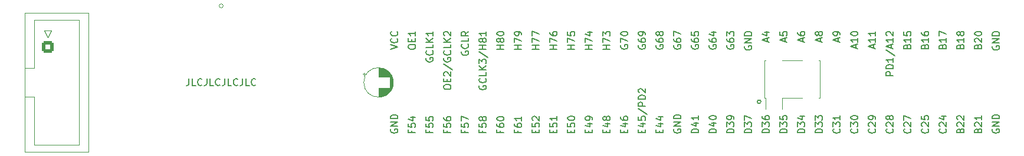
<source format=gto>
G04 #@! TF.GenerationSoftware,KiCad,Pcbnew,7.0.5-0*
G04 #@! TF.CreationDate,2023-06-22T13:56:14+02:00*
G04 #@! TF.ProjectId,atf1508_plcc84_breakout,61746631-3530-4385-9f70-6c636338345f,A*
G04 #@! TF.SameCoordinates,Original*
G04 #@! TF.FileFunction,Legend,Top*
G04 #@! TF.FilePolarity,Positive*
%FSLAX46Y46*%
G04 Gerber Fmt 4.6, Leading zero omitted, Abs format (unit mm)*
G04 Created by KiCad (PCBNEW 7.0.5-0) date 2023-06-22 13:56:14*
%MOMM*%
%LPD*%
G01*
G04 APERTURE LIST*
G04 Aperture macros list*
%AMRoundRect*
0 Rectangle with rounded corners*
0 $1 Rounding radius*
0 $2 $3 $4 $5 $6 $7 $8 $9 X,Y pos of 4 corners*
0 Add a 4 corners polygon primitive as box body*
4,1,4,$2,$3,$4,$5,$6,$7,$8,$9,$2,$3,0*
0 Add four circle primitives for the rounded corners*
1,1,$1+$1,$2,$3*
1,1,$1+$1,$4,$5*
1,1,$1+$1,$6,$7*
1,1,$1+$1,$8,$9*
0 Add four rect primitives between the rounded corners*
20,1,$1+$1,$2,$3,$4,$5,0*
20,1,$1+$1,$4,$5,$6,$7,0*
20,1,$1+$1,$6,$7,$8,$9,0*
20,1,$1+$1,$8,$9,$2,$3,0*%
G04 Aperture macros list end*
%ADD10C,0.150000*%
%ADD11C,0.120000*%
%ADD12C,1.200000*%
%ADD13R,1.200000X1.200000*%
%ADD14R,1.422400X1.422400*%
%ADD15C,1.422400*%
%ADD16RoundRect,0.250000X-0.600000X-0.600000X0.600000X-0.600000X0.600000X0.600000X-0.600000X0.600000X0*%
%ADD17C,1.700000*%
%ADD18R,1.980000X3.000000*%
%ADD19R,1.700000X1.700000*%
%ADD20O,1.700000X1.700000*%
G04 APERTURE END LIST*
D10*
X182118000Y-65024000D02*
G75*
G03*
X182118000Y-65024000I-254000J0D01*
G01*
X203131009Y-57042017D02*
X203178628Y-56899160D01*
X203178628Y-56899160D02*
X203226247Y-56851541D01*
X203226247Y-56851541D02*
X203321485Y-56803922D01*
X203321485Y-56803922D02*
X203464342Y-56803922D01*
X203464342Y-56803922D02*
X203559580Y-56851541D01*
X203559580Y-56851541D02*
X203607200Y-56899160D01*
X203607200Y-56899160D02*
X203654819Y-56994398D01*
X203654819Y-56994398D02*
X203654819Y-57375350D01*
X203654819Y-57375350D02*
X202654819Y-57375350D01*
X202654819Y-57375350D02*
X202654819Y-57042017D01*
X202654819Y-57042017D02*
X202702438Y-56946779D01*
X202702438Y-56946779D02*
X202750057Y-56899160D01*
X202750057Y-56899160D02*
X202845295Y-56851541D01*
X202845295Y-56851541D02*
X202940533Y-56851541D01*
X202940533Y-56851541D02*
X203035771Y-56899160D01*
X203035771Y-56899160D02*
X203083390Y-56946779D01*
X203083390Y-56946779D02*
X203131009Y-57042017D01*
X203131009Y-57042017D02*
X203131009Y-57375350D01*
X203654819Y-55851541D02*
X203654819Y-56422969D01*
X203654819Y-56137255D02*
X202654819Y-56137255D01*
X202654819Y-56137255D02*
X202797676Y-56232493D01*
X202797676Y-56232493D02*
X202892914Y-56327731D01*
X202892914Y-56327731D02*
X202940533Y-56422969D01*
X202654819Y-54946779D02*
X202654819Y-55422969D01*
X202654819Y-55422969D02*
X203131009Y-55470588D01*
X203131009Y-55470588D02*
X203083390Y-55422969D01*
X203083390Y-55422969D02*
X203035771Y-55327731D01*
X203035771Y-55327731D02*
X203035771Y-55089636D01*
X203035771Y-55089636D02*
X203083390Y-54994398D01*
X203083390Y-54994398D02*
X203131009Y-54946779D01*
X203131009Y-54946779D02*
X203226247Y-54899160D01*
X203226247Y-54899160D02*
X203464342Y-54899160D01*
X203464342Y-54899160D02*
X203559580Y-54946779D01*
X203559580Y-54946779D02*
X203607200Y-54994398D01*
X203607200Y-54994398D02*
X203654819Y-55089636D01*
X203654819Y-55089636D02*
X203654819Y-55327731D01*
X203654819Y-55327731D02*
X203607200Y-55422969D01*
X203607200Y-55422969D02*
X203559580Y-55470588D01*
X175714819Y-69513220D02*
X174714819Y-69513220D01*
X174714819Y-69513220D02*
X174714819Y-69275125D01*
X174714819Y-69275125D02*
X174762438Y-69132268D01*
X174762438Y-69132268D02*
X174857676Y-69037030D01*
X174857676Y-69037030D02*
X174952914Y-68989411D01*
X174952914Y-68989411D02*
X175143390Y-68941792D01*
X175143390Y-68941792D02*
X175286247Y-68941792D01*
X175286247Y-68941792D02*
X175476723Y-68989411D01*
X175476723Y-68989411D02*
X175571961Y-69037030D01*
X175571961Y-69037030D02*
X175667200Y-69132268D01*
X175667200Y-69132268D02*
X175714819Y-69275125D01*
X175714819Y-69275125D02*
X175714819Y-69513220D01*
X175048152Y-68084649D02*
X175714819Y-68084649D01*
X174667200Y-68322744D02*
X175381485Y-68560839D01*
X175381485Y-68560839D02*
X175381485Y-67941792D01*
X174714819Y-67370363D02*
X174714819Y-67275125D01*
X174714819Y-67275125D02*
X174762438Y-67179887D01*
X174762438Y-67179887D02*
X174810057Y-67132268D01*
X174810057Y-67132268D02*
X174905295Y-67084649D01*
X174905295Y-67084649D02*
X175095771Y-67037030D01*
X175095771Y-67037030D02*
X175333866Y-67037030D01*
X175333866Y-67037030D02*
X175524342Y-67084649D01*
X175524342Y-67084649D02*
X175619580Y-67132268D01*
X175619580Y-67132268D02*
X175667200Y-67179887D01*
X175667200Y-67179887D02*
X175714819Y-67275125D01*
X175714819Y-67275125D02*
X175714819Y-67370363D01*
X175714819Y-67370363D02*
X175667200Y-67465601D01*
X175667200Y-67465601D02*
X175619580Y-67513220D01*
X175619580Y-67513220D02*
X175524342Y-67560839D01*
X175524342Y-67560839D02*
X175333866Y-67608458D01*
X175333866Y-67608458D02*
X175095771Y-67608458D01*
X175095771Y-67608458D02*
X174905295Y-67560839D01*
X174905295Y-67560839D02*
X174810057Y-67513220D01*
X174810057Y-67513220D02*
X174762438Y-67465601D01*
X174762438Y-67465601D02*
X174714819Y-67370363D01*
X150314819Y-57422969D02*
X149314819Y-57422969D01*
X149791009Y-57422969D02*
X149791009Y-56851541D01*
X150314819Y-56851541D02*
X149314819Y-56851541D01*
X149314819Y-56470588D02*
X149314819Y-55803922D01*
X149314819Y-55803922D02*
X150314819Y-56232493D01*
X149314819Y-55518207D02*
X149314819Y-54851541D01*
X149314819Y-54851541D02*
X150314819Y-55280112D01*
X203559580Y-68941792D02*
X203607200Y-68989411D01*
X203607200Y-68989411D02*
X203654819Y-69132268D01*
X203654819Y-69132268D02*
X203654819Y-69227506D01*
X203654819Y-69227506D02*
X203607200Y-69370363D01*
X203607200Y-69370363D02*
X203511961Y-69465601D01*
X203511961Y-69465601D02*
X203416723Y-69513220D01*
X203416723Y-69513220D02*
X203226247Y-69560839D01*
X203226247Y-69560839D02*
X203083390Y-69560839D01*
X203083390Y-69560839D02*
X202892914Y-69513220D01*
X202892914Y-69513220D02*
X202797676Y-69465601D01*
X202797676Y-69465601D02*
X202702438Y-69370363D01*
X202702438Y-69370363D02*
X202654819Y-69227506D01*
X202654819Y-69227506D02*
X202654819Y-69132268D01*
X202654819Y-69132268D02*
X202702438Y-68989411D01*
X202702438Y-68989411D02*
X202750057Y-68941792D01*
X202750057Y-68560839D02*
X202702438Y-68513220D01*
X202702438Y-68513220D02*
X202654819Y-68417982D01*
X202654819Y-68417982D02*
X202654819Y-68179887D01*
X202654819Y-68179887D02*
X202702438Y-68084649D01*
X202702438Y-68084649D02*
X202750057Y-68037030D01*
X202750057Y-68037030D02*
X202845295Y-67989411D01*
X202845295Y-67989411D02*
X202940533Y-67989411D01*
X202940533Y-67989411D02*
X203083390Y-68037030D01*
X203083390Y-68037030D02*
X203654819Y-68608458D01*
X203654819Y-68608458D02*
X203654819Y-67989411D01*
X202654819Y-67656077D02*
X202654819Y-66989411D01*
X202654819Y-66989411D02*
X203654819Y-67417982D01*
X215402438Y-68989411D02*
X215354819Y-69084649D01*
X215354819Y-69084649D02*
X215354819Y-69227506D01*
X215354819Y-69227506D02*
X215402438Y-69370363D01*
X215402438Y-69370363D02*
X215497676Y-69465601D01*
X215497676Y-69465601D02*
X215592914Y-69513220D01*
X215592914Y-69513220D02*
X215783390Y-69560839D01*
X215783390Y-69560839D02*
X215926247Y-69560839D01*
X215926247Y-69560839D02*
X216116723Y-69513220D01*
X216116723Y-69513220D02*
X216211961Y-69465601D01*
X216211961Y-69465601D02*
X216307200Y-69370363D01*
X216307200Y-69370363D02*
X216354819Y-69227506D01*
X216354819Y-69227506D02*
X216354819Y-69132268D01*
X216354819Y-69132268D02*
X216307200Y-68989411D01*
X216307200Y-68989411D02*
X216259580Y-68941792D01*
X216259580Y-68941792D02*
X215926247Y-68941792D01*
X215926247Y-68941792D02*
X215926247Y-69132268D01*
X216354819Y-68513220D02*
X215354819Y-68513220D01*
X215354819Y-68513220D02*
X216354819Y-67941792D01*
X216354819Y-67941792D02*
X215354819Y-67941792D01*
X216354819Y-67465601D02*
X215354819Y-67465601D01*
X215354819Y-67465601D02*
X215354819Y-67227506D01*
X215354819Y-67227506D02*
X215402438Y-67084649D01*
X215402438Y-67084649D02*
X215497676Y-66989411D01*
X215497676Y-66989411D02*
X215592914Y-66941792D01*
X215592914Y-66941792D02*
X215783390Y-66894173D01*
X215783390Y-66894173D02*
X215926247Y-66894173D01*
X215926247Y-66894173D02*
X216116723Y-66941792D01*
X216116723Y-66941792D02*
X216211961Y-66989411D01*
X216211961Y-66989411D02*
X216307200Y-67084649D01*
X216307200Y-67084649D02*
X216354819Y-67227506D01*
X216354819Y-67227506D02*
X216354819Y-67465601D01*
X157934819Y-57422969D02*
X156934819Y-57422969D01*
X157411009Y-57422969D02*
X157411009Y-56851541D01*
X157934819Y-56851541D02*
X156934819Y-56851541D01*
X156934819Y-56470588D02*
X156934819Y-55803922D01*
X156934819Y-55803922D02*
X157934819Y-56232493D01*
X157268152Y-54994398D02*
X157934819Y-54994398D01*
X156887200Y-55232493D02*
X157601485Y-55470588D01*
X157601485Y-55470588D02*
X157601485Y-54851541D01*
X206099580Y-68941792D02*
X206147200Y-68989411D01*
X206147200Y-68989411D02*
X206194819Y-69132268D01*
X206194819Y-69132268D02*
X206194819Y-69227506D01*
X206194819Y-69227506D02*
X206147200Y-69370363D01*
X206147200Y-69370363D02*
X206051961Y-69465601D01*
X206051961Y-69465601D02*
X205956723Y-69513220D01*
X205956723Y-69513220D02*
X205766247Y-69560839D01*
X205766247Y-69560839D02*
X205623390Y-69560839D01*
X205623390Y-69560839D02*
X205432914Y-69513220D01*
X205432914Y-69513220D02*
X205337676Y-69465601D01*
X205337676Y-69465601D02*
X205242438Y-69370363D01*
X205242438Y-69370363D02*
X205194819Y-69227506D01*
X205194819Y-69227506D02*
X205194819Y-69132268D01*
X205194819Y-69132268D02*
X205242438Y-68989411D01*
X205242438Y-68989411D02*
X205290057Y-68941792D01*
X205290057Y-68560839D02*
X205242438Y-68513220D01*
X205242438Y-68513220D02*
X205194819Y-68417982D01*
X205194819Y-68417982D02*
X205194819Y-68179887D01*
X205194819Y-68179887D02*
X205242438Y-68084649D01*
X205242438Y-68084649D02*
X205290057Y-68037030D01*
X205290057Y-68037030D02*
X205385295Y-67989411D01*
X205385295Y-67989411D02*
X205480533Y-67989411D01*
X205480533Y-67989411D02*
X205623390Y-68037030D01*
X205623390Y-68037030D02*
X206194819Y-68608458D01*
X206194819Y-68608458D02*
X206194819Y-67989411D01*
X205194819Y-67084649D02*
X205194819Y-67560839D01*
X205194819Y-67560839D02*
X205671009Y-67608458D01*
X205671009Y-67608458D02*
X205623390Y-67560839D01*
X205623390Y-67560839D02*
X205575771Y-67465601D01*
X205575771Y-67465601D02*
X205575771Y-67227506D01*
X205575771Y-67227506D02*
X205623390Y-67132268D01*
X205623390Y-67132268D02*
X205671009Y-67084649D01*
X205671009Y-67084649D02*
X205766247Y-67037030D01*
X205766247Y-67037030D02*
X206004342Y-67037030D01*
X206004342Y-67037030D02*
X206099580Y-67084649D01*
X206099580Y-67084649D02*
X206147200Y-67132268D01*
X206147200Y-67132268D02*
X206194819Y-67227506D01*
X206194819Y-67227506D02*
X206194819Y-67465601D01*
X206194819Y-67465601D02*
X206147200Y-67560839D01*
X206147200Y-67560839D02*
X206099580Y-67608458D01*
X131534819Y-57184874D02*
X131534819Y-56994398D01*
X131534819Y-56994398D02*
X131582438Y-56899160D01*
X131582438Y-56899160D02*
X131677676Y-56803922D01*
X131677676Y-56803922D02*
X131868152Y-56756303D01*
X131868152Y-56756303D02*
X132201485Y-56756303D01*
X132201485Y-56756303D02*
X132391961Y-56803922D01*
X132391961Y-56803922D02*
X132487200Y-56899160D01*
X132487200Y-56899160D02*
X132534819Y-56994398D01*
X132534819Y-56994398D02*
X132534819Y-57184874D01*
X132534819Y-57184874D02*
X132487200Y-57280112D01*
X132487200Y-57280112D02*
X132391961Y-57375350D01*
X132391961Y-57375350D02*
X132201485Y-57422969D01*
X132201485Y-57422969D02*
X131868152Y-57422969D01*
X131868152Y-57422969D02*
X131677676Y-57375350D01*
X131677676Y-57375350D02*
X131582438Y-57280112D01*
X131582438Y-57280112D02*
X131534819Y-57184874D01*
X132011009Y-56327731D02*
X132011009Y-55994398D01*
X132534819Y-55851541D02*
X132534819Y-56327731D01*
X132534819Y-56327731D02*
X131534819Y-56327731D01*
X131534819Y-56327731D02*
X131534819Y-55851541D01*
X132534819Y-54899160D02*
X132534819Y-55470588D01*
X132534819Y-55184874D02*
X131534819Y-55184874D01*
X131534819Y-55184874D02*
X131677676Y-55280112D01*
X131677676Y-55280112D02*
X131772914Y-55375350D01*
X131772914Y-55375350D02*
X131820533Y-55470588D01*
X141742438Y-62708684D02*
X141694819Y-62803922D01*
X141694819Y-62803922D02*
X141694819Y-62946779D01*
X141694819Y-62946779D02*
X141742438Y-63089636D01*
X141742438Y-63089636D02*
X141837676Y-63184874D01*
X141837676Y-63184874D02*
X141932914Y-63232493D01*
X141932914Y-63232493D02*
X142123390Y-63280112D01*
X142123390Y-63280112D02*
X142266247Y-63280112D01*
X142266247Y-63280112D02*
X142456723Y-63232493D01*
X142456723Y-63232493D02*
X142551961Y-63184874D01*
X142551961Y-63184874D02*
X142647200Y-63089636D01*
X142647200Y-63089636D02*
X142694819Y-62946779D01*
X142694819Y-62946779D02*
X142694819Y-62851541D01*
X142694819Y-62851541D02*
X142647200Y-62708684D01*
X142647200Y-62708684D02*
X142599580Y-62661065D01*
X142599580Y-62661065D02*
X142266247Y-62661065D01*
X142266247Y-62661065D02*
X142266247Y-62851541D01*
X142599580Y-61661065D02*
X142647200Y-61708684D01*
X142647200Y-61708684D02*
X142694819Y-61851541D01*
X142694819Y-61851541D02*
X142694819Y-61946779D01*
X142694819Y-61946779D02*
X142647200Y-62089636D01*
X142647200Y-62089636D02*
X142551961Y-62184874D01*
X142551961Y-62184874D02*
X142456723Y-62232493D01*
X142456723Y-62232493D02*
X142266247Y-62280112D01*
X142266247Y-62280112D02*
X142123390Y-62280112D01*
X142123390Y-62280112D02*
X141932914Y-62232493D01*
X141932914Y-62232493D02*
X141837676Y-62184874D01*
X141837676Y-62184874D02*
X141742438Y-62089636D01*
X141742438Y-62089636D02*
X141694819Y-61946779D01*
X141694819Y-61946779D02*
X141694819Y-61851541D01*
X141694819Y-61851541D02*
X141742438Y-61708684D01*
X141742438Y-61708684D02*
X141790057Y-61661065D01*
X142694819Y-60756303D02*
X142694819Y-61232493D01*
X142694819Y-61232493D02*
X141694819Y-61232493D01*
X142694819Y-60422969D02*
X141694819Y-60422969D01*
X142694819Y-59851541D02*
X142123390Y-60280112D01*
X141694819Y-59851541D02*
X142266247Y-60422969D01*
X141694819Y-59518207D02*
X141694819Y-58899160D01*
X141694819Y-58899160D02*
X142075771Y-59232493D01*
X142075771Y-59232493D02*
X142075771Y-59089636D01*
X142075771Y-59089636D02*
X142123390Y-58994398D01*
X142123390Y-58994398D02*
X142171009Y-58946779D01*
X142171009Y-58946779D02*
X142266247Y-58899160D01*
X142266247Y-58899160D02*
X142504342Y-58899160D01*
X142504342Y-58899160D02*
X142599580Y-58946779D01*
X142599580Y-58946779D02*
X142647200Y-58994398D01*
X142647200Y-58994398D02*
X142694819Y-59089636D01*
X142694819Y-59089636D02*
X142694819Y-59375350D01*
X142694819Y-59375350D02*
X142647200Y-59470588D01*
X142647200Y-59470588D02*
X142599580Y-59518207D01*
X141647200Y-57756303D02*
X142932914Y-58613445D01*
X142694819Y-57422969D02*
X141694819Y-57422969D01*
X142171009Y-57422969D02*
X142171009Y-56851541D01*
X142694819Y-56851541D02*
X141694819Y-56851541D01*
X142123390Y-56232493D02*
X142075771Y-56327731D01*
X142075771Y-56327731D02*
X142028152Y-56375350D01*
X142028152Y-56375350D02*
X141932914Y-56422969D01*
X141932914Y-56422969D02*
X141885295Y-56422969D01*
X141885295Y-56422969D02*
X141790057Y-56375350D01*
X141790057Y-56375350D02*
X141742438Y-56327731D01*
X141742438Y-56327731D02*
X141694819Y-56232493D01*
X141694819Y-56232493D02*
X141694819Y-56042017D01*
X141694819Y-56042017D02*
X141742438Y-55946779D01*
X141742438Y-55946779D02*
X141790057Y-55899160D01*
X141790057Y-55899160D02*
X141885295Y-55851541D01*
X141885295Y-55851541D02*
X141932914Y-55851541D01*
X141932914Y-55851541D02*
X142028152Y-55899160D01*
X142028152Y-55899160D02*
X142075771Y-55946779D01*
X142075771Y-55946779D02*
X142123390Y-56042017D01*
X142123390Y-56042017D02*
X142123390Y-56232493D01*
X142123390Y-56232493D02*
X142171009Y-56327731D01*
X142171009Y-56327731D02*
X142218628Y-56375350D01*
X142218628Y-56375350D02*
X142313866Y-56422969D01*
X142313866Y-56422969D02*
X142504342Y-56422969D01*
X142504342Y-56422969D02*
X142599580Y-56375350D01*
X142599580Y-56375350D02*
X142647200Y-56327731D01*
X142647200Y-56327731D02*
X142694819Y-56232493D01*
X142694819Y-56232493D02*
X142694819Y-56042017D01*
X142694819Y-56042017D02*
X142647200Y-55946779D01*
X142647200Y-55946779D02*
X142599580Y-55899160D01*
X142599580Y-55899160D02*
X142504342Y-55851541D01*
X142504342Y-55851541D02*
X142313866Y-55851541D01*
X142313866Y-55851541D02*
X142218628Y-55899160D01*
X142218628Y-55899160D02*
X142171009Y-55946779D01*
X142171009Y-55946779D02*
X142123390Y-56042017D01*
X142694819Y-54899160D02*
X142694819Y-55470588D01*
X142694819Y-55184874D02*
X141694819Y-55184874D01*
X141694819Y-55184874D02*
X141837676Y-55280112D01*
X141837676Y-55280112D02*
X141932914Y-55375350D01*
X141932914Y-55375350D02*
X141980533Y-55470588D01*
X178254819Y-69513220D02*
X177254819Y-69513220D01*
X177254819Y-69513220D02*
X177254819Y-69275125D01*
X177254819Y-69275125D02*
X177302438Y-69132268D01*
X177302438Y-69132268D02*
X177397676Y-69037030D01*
X177397676Y-69037030D02*
X177492914Y-68989411D01*
X177492914Y-68989411D02*
X177683390Y-68941792D01*
X177683390Y-68941792D02*
X177826247Y-68941792D01*
X177826247Y-68941792D02*
X178016723Y-68989411D01*
X178016723Y-68989411D02*
X178111961Y-69037030D01*
X178111961Y-69037030D02*
X178207200Y-69132268D01*
X178207200Y-69132268D02*
X178254819Y-69275125D01*
X178254819Y-69275125D02*
X178254819Y-69513220D01*
X177254819Y-68608458D02*
X177254819Y-67989411D01*
X177254819Y-67989411D02*
X177635771Y-68322744D01*
X177635771Y-68322744D02*
X177635771Y-68179887D01*
X177635771Y-68179887D02*
X177683390Y-68084649D01*
X177683390Y-68084649D02*
X177731009Y-68037030D01*
X177731009Y-68037030D02*
X177826247Y-67989411D01*
X177826247Y-67989411D02*
X178064342Y-67989411D01*
X178064342Y-67989411D02*
X178159580Y-68037030D01*
X178159580Y-68037030D02*
X178207200Y-68084649D01*
X178207200Y-68084649D02*
X178254819Y-68179887D01*
X178254819Y-68179887D02*
X178254819Y-68465601D01*
X178254819Y-68465601D02*
X178207200Y-68560839D01*
X178207200Y-68560839D02*
X178159580Y-68608458D01*
X178254819Y-67513220D02*
X178254819Y-67322744D01*
X178254819Y-67322744D02*
X178207200Y-67227506D01*
X178207200Y-67227506D02*
X178159580Y-67179887D01*
X178159580Y-67179887D02*
X178016723Y-67084649D01*
X178016723Y-67084649D02*
X177826247Y-67037030D01*
X177826247Y-67037030D02*
X177445295Y-67037030D01*
X177445295Y-67037030D02*
X177350057Y-67084649D01*
X177350057Y-67084649D02*
X177302438Y-67132268D01*
X177302438Y-67132268D02*
X177254819Y-67227506D01*
X177254819Y-67227506D02*
X177254819Y-67417982D01*
X177254819Y-67417982D02*
X177302438Y-67513220D01*
X177302438Y-67513220D02*
X177350057Y-67560839D01*
X177350057Y-67560839D02*
X177445295Y-67608458D01*
X177445295Y-67608458D02*
X177683390Y-67608458D01*
X177683390Y-67608458D02*
X177778628Y-67560839D01*
X177778628Y-67560839D02*
X177826247Y-67513220D01*
X177826247Y-67513220D02*
X177873866Y-67417982D01*
X177873866Y-67417982D02*
X177873866Y-67227506D01*
X177873866Y-67227506D02*
X177826247Y-67132268D01*
X177826247Y-67132268D02*
X177778628Y-67084649D01*
X177778628Y-67084649D02*
X177683390Y-67037030D01*
X208639580Y-68941792D02*
X208687200Y-68989411D01*
X208687200Y-68989411D02*
X208734819Y-69132268D01*
X208734819Y-69132268D02*
X208734819Y-69227506D01*
X208734819Y-69227506D02*
X208687200Y-69370363D01*
X208687200Y-69370363D02*
X208591961Y-69465601D01*
X208591961Y-69465601D02*
X208496723Y-69513220D01*
X208496723Y-69513220D02*
X208306247Y-69560839D01*
X208306247Y-69560839D02*
X208163390Y-69560839D01*
X208163390Y-69560839D02*
X207972914Y-69513220D01*
X207972914Y-69513220D02*
X207877676Y-69465601D01*
X207877676Y-69465601D02*
X207782438Y-69370363D01*
X207782438Y-69370363D02*
X207734819Y-69227506D01*
X207734819Y-69227506D02*
X207734819Y-69132268D01*
X207734819Y-69132268D02*
X207782438Y-68989411D01*
X207782438Y-68989411D02*
X207830057Y-68941792D01*
X207830057Y-68560839D02*
X207782438Y-68513220D01*
X207782438Y-68513220D02*
X207734819Y-68417982D01*
X207734819Y-68417982D02*
X207734819Y-68179887D01*
X207734819Y-68179887D02*
X207782438Y-68084649D01*
X207782438Y-68084649D02*
X207830057Y-68037030D01*
X207830057Y-68037030D02*
X207925295Y-67989411D01*
X207925295Y-67989411D02*
X208020533Y-67989411D01*
X208020533Y-67989411D02*
X208163390Y-68037030D01*
X208163390Y-68037030D02*
X208734819Y-68608458D01*
X208734819Y-68608458D02*
X208734819Y-67989411D01*
X208068152Y-67132268D02*
X208734819Y-67132268D01*
X207687200Y-67370363D02*
X208401485Y-67608458D01*
X208401485Y-67608458D02*
X208401485Y-66989411D01*
X169682438Y-68989411D02*
X169634819Y-69084649D01*
X169634819Y-69084649D02*
X169634819Y-69227506D01*
X169634819Y-69227506D02*
X169682438Y-69370363D01*
X169682438Y-69370363D02*
X169777676Y-69465601D01*
X169777676Y-69465601D02*
X169872914Y-69513220D01*
X169872914Y-69513220D02*
X170063390Y-69560839D01*
X170063390Y-69560839D02*
X170206247Y-69560839D01*
X170206247Y-69560839D02*
X170396723Y-69513220D01*
X170396723Y-69513220D02*
X170491961Y-69465601D01*
X170491961Y-69465601D02*
X170587200Y-69370363D01*
X170587200Y-69370363D02*
X170634819Y-69227506D01*
X170634819Y-69227506D02*
X170634819Y-69132268D01*
X170634819Y-69132268D02*
X170587200Y-68989411D01*
X170587200Y-68989411D02*
X170539580Y-68941792D01*
X170539580Y-68941792D02*
X170206247Y-68941792D01*
X170206247Y-68941792D02*
X170206247Y-69132268D01*
X170634819Y-68513220D02*
X169634819Y-68513220D01*
X169634819Y-68513220D02*
X170634819Y-67941792D01*
X170634819Y-67941792D02*
X169634819Y-67941792D01*
X170634819Y-67465601D02*
X169634819Y-67465601D01*
X169634819Y-67465601D02*
X169634819Y-67227506D01*
X169634819Y-67227506D02*
X169682438Y-67084649D01*
X169682438Y-67084649D02*
X169777676Y-66989411D01*
X169777676Y-66989411D02*
X169872914Y-66941792D01*
X169872914Y-66941792D02*
X170063390Y-66894173D01*
X170063390Y-66894173D02*
X170206247Y-66894173D01*
X170206247Y-66894173D02*
X170396723Y-66941792D01*
X170396723Y-66941792D02*
X170491961Y-66989411D01*
X170491961Y-66989411D02*
X170587200Y-67084649D01*
X170587200Y-67084649D02*
X170634819Y-67227506D01*
X170634819Y-67227506D02*
X170634819Y-67465601D01*
X139631009Y-69179887D02*
X139631009Y-69513220D01*
X140154819Y-69513220D02*
X139154819Y-69513220D01*
X139154819Y-69513220D02*
X139154819Y-69037030D01*
X139154819Y-68179887D02*
X139154819Y-68656077D01*
X139154819Y-68656077D02*
X139631009Y-68703696D01*
X139631009Y-68703696D02*
X139583390Y-68656077D01*
X139583390Y-68656077D02*
X139535771Y-68560839D01*
X139535771Y-68560839D02*
X139535771Y-68322744D01*
X139535771Y-68322744D02*
X139583390Y-68227506D01*
X139583390Y-68227506D02*
X139631009Y-68179887D01*
X139631009Y-68179887D02*
X139726247Y-68132268D01*
X139726247Y-68132268D02*
X139964342Y-68132268D01*
X139964342Y-68132268D02*
X140059580Y-68179887D01*
X140059580Y-68179887D02*
X140107200Y-68227506D01*
X140107200Y-68227506D02*
X140154819Y-68322744D01*
X140154819Y-68322744D02*
X140154819Y-68560839D01*
X140154819Y-68560839D02*
X140107200Y-68656077D01*
X140107200Y-68656077D02*
X140059580Y-68703696D01*
X139154819Y-67798934D02*
X139154819Y-67132268D01*
X139154819Y-67132268D02*
X140154819Y-67560839D01*
X100028951Y-61684819D02*
X100028951Y-62399104D01*
X100028951Y-62399104D02*
X99981332Y-62541961D01*
X99981332Y-62541961D02*
X99886094Y-62637200D01*
X99886094Y-62637200D02*
X99743237Y-62684819D01*
X99743237Y-62684819D02*
X99647999Y-62684819D01*
X100981332Y-62684819D02*
X100505142Y-62684819D01*
X100505142Y-62684819D02*
X100505142Y-61684819D01*
X101886094Y-62589580D02*
X101838475Y-62637200D01*
X101838475Y-62637200D02*
X101695618Y-62684819D01*
X101695618Y-62684819D02*
X101600380Y-62684819D01*
X101600380Y-62684819D02*
X101457523Y-62637200D01*
X101457523Y-62637200D02*
X101362285Y-62541961D01*
X101362285Y-62541961D02*
X101314666Y-62446723D01*
X101314666Y-62446723D02*
X101267047Y-62256247D01*
X101267047Y-62256247D02*
X101267047Y-62113390D01*
X101267047Y-62113390D02*
X101314666Y-61922914D01*
X101314666Y-61922914D02*
X101362285Y-61827676D01*
X101362285Y-61827676D02*
X101457523Y-61732438D01*
X101457523Y-61732438D02*
X101600380Y-61684819D01*
X101600380Y-61684819D02*
X101695618Y-61684819D01*
X101695618Y-61684819D02*
X101838475Y-61732438D01*
X101838475Y-61732438D02*
X101886094Y-61780057D01*
X102600380Y-61684819D02*
X102600380Y-62399104D01*
X102600380Y-62399104D02*
X102552761Y-62541961D01*
X102552761Y-62541961D02*
X102457523Y-62637200D01*
X102457523Y-62637200D02*
X102314666Y-62684819D01*
X102314666Y-62684819D02*
X102219428Y-62684819D01*
X103552761Y-62684819D02*
X103076571Y-62684819D01*
X103076571Y-62684819D02*
X103076571Y-61684819D01*
X104457523Y-62589580D02*
X104409904Y-62637200D01*
X104409904Y-62637200D02*
X104267047Y-62684819D01*
X104267047Y-62684819D02*
X104171809Y-62684819D01*
X104171809Y-62684819D02*
X104028952Y-62637200D01*
X104028952Y-62637200D02*
X103933714Y-62541961D01*
X103933714Y-62541961D02*
X103886095Y-62446723D01*
X103886095Y-62446723D02*
X103838476Y-62256247D01*
X103838476Y-62256247D02*
X103838476Y-62113390D01*
X103838476Y-62113390D02*
X103886095Y-61922914D01*
X103886095Y-61922914D02*
X103933714Y-61827676D01*
X103933714Y-61827676D02*
X104028952Y-61732438D01*
X104028952Y-61732438D02*
X104171809Y-61684819D01*
X104171809Y-61684819D02*
X104267047Y-61684819D01*
X104267047Y-61684819D02*
X104409904Y-61732438D01*
X104409904Y-61732438D02*
X104457523Y-61780057D01*
X105171809Y-61684819D02*
X105171809Y-62399104D01*
X105171809Y-62399104D02*
X105124190Y-62541961D01*
X105124190Y-62541961D02*
X105028952Y-62637200D01*
X105028952Y-62637200D02*
X104886095Y-62684819D01*
X104886095Y-62684819D02*
X104790857Y-62684819D01*
X106124190Y-62684819D02*
X105648000Y-62684819D01*
X105648000Y-62684819D02*
X105648000Y-61684819D01*
X107028952Y-62589580D02*
X106981333Y-62637200D01*
X106981333Y-62637200D02*
X106838476Y-62684819D01*
X106838476Y-62684819D02*
X106743238Y-62684819D01*
X106743238Y-62684819D02*
X106600381Y-62637200D01*
X106600381Y-62637200D02*
X106505143Y-62541961D01*
X106505143Y-62541961D02*
X106457524Y-62446723D01*
X106457524Y-62446723D02*
X106409905Y-62256247D01*
X106409905Y-62256247D02*
X106409905Y-62113390D01*
X106409905Y-62113390D02*
X106457524Y-61922914D01*
X106457524Y-61922914D02*
X106505143Y-61827676D01*
X106505143Y-61827676D02*
X106600381Y-61732438D01*
X106600381Y-61732438D02*
X106743238Y-61684819D01*
X106743238Y-61684819D02*
X106838476Y-61684819D01*
X106838476Y-61684819D02*
X106981333Y-61732438D01*
X106981333Y-61732438D02*
X107028952Y-61780057D01*
X107743238Y-61684819D02*
X107743238Y-62399104D01*
X107743238Y-62399104D02*
X107695619Y-62541961D01*
X107695619Y-62541961D02*
X107600381Y-62637200D01*
X107600381Y-62637200D02*
X107457524Y-62684819D01*
X107457524Y-62684819D02*
X107362286Y-62684819D01*
X108695619Y-62684819D02*
X108219429Y-62684819D01*
X108219429Y-62684819D02*
X108219429Y-61684819D01*
X109600381Y-62589580D02*
X109552762Y-62637200D01*
X109552762Y-62637200D02*
X109409905Y-62684819D01*
X109409905Y-62684819D02*
X109314667Y-62684819D01*
X109314667Y-62684819D02*
X109171810Y-62637200D01*
X109171810Y-62637200D02*
X109076572Y-62541961D01*
X109076572Y-62541961D02*
X109028953Y-62446723D01*
X109028953Y-62446723D02*
X108981334Y-62256247D01*
X108981334Y-62256247D02*
X108981334Y-62113390D01*
X108981334Y-62113390D02*
X109028953Y-61922914D01*
X109028953Y-61922914D02*
X109076572Y-61827676D01*
X109076572Y-61827676D02*
X109171810Y-61732438D01*
X109171810Y-61732438D02*
X109314667Y-61684819D01*
X109314667Y-61684819D02*
X109409905Y-61684819D01*
X109409905Y-61684819D02*
X109552762Y-61732438D01*
X109552762Y-61732438D02*
X109600381Y-61780057D01*
X144711009Y-69179887D02*
X144711009Y-69513220D01*
X145234819Y-69513220D02*
X144234819Y-69513220D01*
X144234819Y-69513220D02*
X144234819Y-69037030D01*
X144234819Y-68227506D02*
X144234819Y-68417982D01*
X144234819Y-68417982D02*
X144282438Y-68513220D01*
X144282438Y-68513220D02*
X144330057Y-68560839D01*
X144330057Y-68560839D02*
X144472914Y-68656077D01*
X144472914Y-68656077D02*
X144663390Y-68703696D01*
X144663390Y-68703696D02*
X145044342Y-68703696D01*
X145044342Y-68703696D02*
X145139580Y-68656077D01*
X145139580Y-68656077D02*
X145187200Y-68608458D01*
X145187200Y-68608458D02*
X145234819Y-68513220D01*
X145234819Y-68513220D02*
X145234819Y-68322744D01*
X145234819Y-68322744D02*
X145187200Y-68227506D01*
X145187200Y-68227506D02*
X145139580Y-68179887D01*
X145139580Y-68179887D02*
X145044342Y-68132268D01*
X145044342Y-68132268D02*
X144806247Y-68132268D01*
X144806247Y-68132268D02*
X144711009Y-68179887D01*
X144711009Y-68179887D02*
X144663390Y-68227506D01*
X144663390Y-68227506D02*
X144615771Y-68322744D01*
X144615771Y-68322744D02*
X144615771Y-68513220D01*
X144615771Y-68513220D02*
X144663390Y-68608458D01*
X144663390Y-68608458D02*
X144711009Y-68656077D01*
X144711009Y-68656077D02*
X144806247Y-68703696D01*
X144234819Y-67513220D02*
X144234819Y-67417982D01*
X144234819Y-67417982D02*
X144282438Y-67322744D01*
X144282438Y-67322744D02*
X144330057Y-67275125D01*
X144330057Y-67275125D02*
X144425295Y-67227506D01*
X144425295Y-67227506D02*
X144615771Y-67179887D01*
X144615771Y-67179887D02*
X144853866Y-67179887D01*
X144853866Y-67179887D02*
X145044342Y-67227506D01*
X145044342Y-67227506D02*
X145139580Y-67275125D01*
X145139580Y-67275125D02*
X145187200Y-67322744D01*
X145187200Y-67322744D02*
X145234819Y-67417982D01*
X145234819Y-67417982D02*
X145234819Y-67513220D01*
X145234819Y-67513220D02*
X145187200Y-67608458D01*
X145187200Y-67608458D02*
X145139580Y-67656077D01*
X145139580Y-67656077D02*
X145044342Y-67703696D01*
X145044342Y-67703696D02*
X144853866Y-67751315D01*
X144853866Y-67751315D02*
X144615771Y-67751315D01*
X144615771Y-67751315D02*
X144425295Y-67703696D01*
X144425295Y-67703696D02*
X144330057Y-67656077D01*
X144330057Y-67656077D02*
X144282438Y-67608458D01*
X144282438Y-67608458D02*
X144234819Y-67513220D01*
X139202438Y-57756303D02*
X139154819Y-57851541D01*
X139154819Y-57851541D02*
X139154819Y-57994398D01*
X139154819Y-57994398D02*
X139202438Y-58137255D01*
X139202438Y-58137255D02*
X139297676Y-58232493D01*
X139297676Y-58232493D02*
X139392914Y-58280112D01*
X139392914Y-58280112D02*
X139583390Y-58327731D01*
X139583390Y-58327731D02*
X139726247Y-58327731D01*
X139726247Y-58327731D02*
X139916723Y-58280112D01*
X139916723Y-58280112D02*
X140011961Y-58232493D01*
X140011961Y-58232493D02*
X140107200Y-58137255D01*
X140107200Y-58137255D02*
X140154819Y-57994398D01*
X140154819Y-57994398D02*
X140154819Y-57899160D01*
X140154819Y-57899160D02*
X140107200Y-57756303D01*
X140107200Y-57756303D02*
X140059580Y-57708684D01*
X140059580Y-57708684D02*
X139726247Y-57708684D01*
X139726247Y-57708684D02*
X139726247Y-57899160D01*
X140059580Y-56708684D02*
X140107200Y-56756303D01*
X140107200Y-56756303D02*
X140154819Y-56899160D01*
X140154819Y-56899160D02*
X140154819Y-56994398D01*
X140154819Y-56994398D02*
X140107200Y-57137255D01*
X140107200Y-57137255D02*
X140011961Y-57232493D01*
X140011961Y-57232493D02*
X139916723Y-57280112D01*
X139916723Y-57280112D02*
X139726247Y-57327731D01*
X139726247Y-57327731D02*
X139583390Y-57327731D01*
X139583390Y-57327731D02*
X139392914Y-57280112D01*
X139392914Y-57280112D02*
X139297676Y-57232493D01*
X139297676Y-57232493D02*
X139202438Y-57137255D01*
X139202438Y-57137255D02*
X139154819Y-56994398D01*
X139154819Y-56994398D02*
X139154819Y-56899160D01*
X139154819Y-56899160D02*
X139202438Y-56756303D01*
X139202438Y-56756303D02*
X139250057Y-56708684D01*
X140154819Y-55803922D02*
X140154819Y-56280112D01*
X140154819Y-56280112D02*
X139154819Y-56280112D01*
X140154819Y-54899160D02*
X139678628Y-55232493D01*
X140154819Y-55470588D02*
X139154819Y-55470588D01*
X139154819Y-55470588D02*
X139154819Y-55089636D01*
X139154819Y-55089636D02*
X139202438Y-54994398D01*
X139202438Y-54994398D02*
X139250057Y-54946779D01*
X139250057Y-54946779D02*
X139345295Y-54899160D01*
X139345295Y-54899160D02*
X139488152Y-54899160D01*
X139488152Y-54899160D02*
X139583390Y-54946779D01*
X139583390Y-54946779D02*
X139631009Y-54994398D01*
X139631009Y-54994398D02*
X139678628Y-55089636D01*
X139678628Y-55089636D02*
X139678628Y-55470588D01*
X128994819Y-57470588D02*
X129994819Y-57137255D01*
X129994819Y-57137255D02*
X128994819Y-56803922D01*
X129899580Y-55899160D02*
X129947200Y-55946779D01*
X129947200Y-55946779D02*
X129994819Y-56089636D01*
X129994819Y-56089636D02*
X129994819Y-56184874D01*
X129994819Y-56184874D02*
X129947200Y-56327731D01*
X129947200Y-56327731D02*
X129851961Y-56422969D01*
X129851961Y-56422969D02*
X129756723Y-56470588D01*
X129756723Y-56470588D02*
X129566247Y-56518207D01*
X129566247Y-56518207D02*
X129423390Y-56518207D01*
X129423390Y-56518207D02*
X129232914Y-56470588D01*
X129232914Y-56470588D02*
X129137676Y-56422969D01*
X129137676Y-56422969D02*
X129042438Y-56327731D01*
X129042438Y-56327731D02*
X128994819Y-56184874D01*
X128994819Y-56184874D02*
X128994819Y-56089636D01*
X128994819Y-56089636D02*
X129042438Y-55946779D01*
X129042438Y-55946779D02*
X129090057Y-55899160D01*
X129899580Y-54899160D02*
X129947200Y-54946779D01*
X129947200Y-54946779D02*
X129994819Y-55089636D01*
X129994819Y-55089636D02*
X129994819Y-55184874D01*
X129994819Y-55184874D02*
X129947200Y-55327731D01*
X129947200Y-55327731D02*
X129851961Y-55422969D01*
X129851961Y-55422969D02*
X129756723Y-55470588D01*
X129756723Y-55470588D02*
X129566247Y-55518207D01*
X129566247Y-55518207D02*
X129423390Y-55518207D01*
X129423390Y-55518207D02*
X129232914Y-55470588D01*
X129232914Y-55470588D02*
X129137676Y-55422969D01*
X129137676Y-55422969D02*
X129042438Y-55327731D01*
X129042438Y-55327731D02*
X128994819Y-55184874D01*
X128994819Y-55184874D02*
X128994819Y-55089636D01*
X128994819Y-55089636D02*
X129042438Y-54946779D01*
X129042438Y-54946779D02*
X129090057Y-54899160D01*
X165031009Y-69513220D02*
X165031009Y-69179887D01*
X165554819Y-69037030D02*
X165554819Y-69513220D01*
X165554819Y-69513220D02*
X164554819Y-69513220D01*
X164554819Y-69513220D02*
X164554819Y-69037030D01*
X164888152Y-68179887D02*
X165554819Y-68179887D01*
X164507200Y-68417982D02*
X165221485Y-68656077D01*
X165221485Y-68656077D02*
X165221485Y-68037030D01*
X164554819Y-67179887D02*
X164554819Y-67656077D01*
X164554819Y-67656077D02*
X165031009Y-67703696D01*
X165031009Y-67703696D02*
X164983390Y-67656077D01*
X164983390Y-67656077D02*
X164935771Y-67560839D01*
X164935771Y-67560839D02*
X164935771Y-67322744D01*
X164935771Y-67322744D02*
X164983390Y-67227506D01*
X164983390Y-67227506D02*
X165031009Y-67179887D01*
X165031009Y-67179887D02*
X165126247Y-67132268D01*
X165126247Y-67132268D02*
X165364342Y-67132268D01*
X165364342Y-67132268D02*
X165459580Y-67179887D01*
X165459580Y-67179887D02*
X165507200Y-67227506D01*
X165507200Y-67227506D02*
X165554819Y-67322744D01*
X165554819Y-67322744D02*
X165554819Y-67560839D01*
X165554819Y-67560839D02*
X165507200Y-67656077D01*
X165507200Y-67656077D02*
X165459580Y-67703696D01*
X164507200Y-65989411D02*
X165792914Y-66846553D01*
X165554819Y-65656077D02*
X164554819Y-65656077D01*
X164554819Y-65656077D02*
X164554819Y-65275125D01*
X164554819Y-65275125D02*
X164602438Y-65179887D01*
X164602438Y-65179887D02*
X164650057Y-65132268D01*
X164650057Y-65132268D02*
X164745295Y-65084649D01*
X164745295Y-65084649D02*
X164888152Y-65084649D01*
X164888152Y-65084649D02*
X164983390Y-65132268D01*
X164983390Y-65132268D02*
X165031009Y-65179887D01*
X165031009Y-65179887D02*
X165078628Y-65275125D01*
X165078628Y-65275125D02*
X165078628Y-65656077D01*
X165554819Y-64656077D02*
X164554819Y-64656077D01*
X164554819Y-64656077D02*
X164554819Y-64417982D01*
X164554819Y-64417982D02*
X164602438Y-64275125D01*
X164602438Y-64275125D02*
X164697676Y-64179887D01*
X164697676Y-64179887D02*
X164792914Y-64132268D01*
X164792914Y-64132268D02*
X164983390Y-64084649D01*
X164983390Y-64084649D02*
X165126247Y-64084649D01*
X165126247Y-64084649D02*
X165316723Y-64132268D01*
X165316723Y-64132268D02*
X165411961Y-64179887D01*
X165411961Y-64179887D02*
X165507200Y-64275125D01*
X165507200Y-64275125D02*
X165554819Y-64417982D01*
X165554819Y-64417982D02*
X165554819Y-64656077D01*
X164650057Y-63703696D02*
X164602438Y-63656077D01*
X164602438Y-63656077D02*
X164554819Y-63560839D01*
X164554819Y-63560839D02*
X164554819Y-63322744D01*
X164554819Y-63322744D02*
X164602438Y-63227506D01*
X164602438Y-63227506D02*
X164650057Y-63179887D01*
X164650057Y-63179887D02*
X164745295Y-63132268D01*
X164745295Y-63132268D02*
X164840533Y-63132268D01*
X164840533Y-63132268D02*
X164983390Y-63179887D01*
X164983390Y-63179887D02*
X165554819Y-63751315D01*
X165554819Y-63751315D02*
X165554819Y-63132268D01*
X193399580Y-68941792D02*
X193447200Y-68989411D01*
X193447200Y-68989411D02*
X193494819Y-69132268D01*
X193494819Y-69132268D02*
X193494819Y-69227506D01*
X193494819Y-69227506D02*
X193447200Y-69370363D01*
X193447200Y-69370363D02*
X193351961Y-69465601D01*
X193351961Y-69465601D02*
X193256723Y-69513220D01*
X193256723Y-69513220D02*
X193066247Y-69560839D01*
X193066247Y-69560839D02*
X192923390Y-69560839D01*
X192923390Y-69560839D02*
X192732914Y-69513220D01*
X192732914Y-69513220D02*
X192637676Y-69465601D01*
X192637676Y-69465601D02*
X192542438Y-69370363D01*
X192542438Y-69370363D02*
X192494819Y-69227506D01*
X192494819Y-69227506D02*
X192494819Y-69132268D01*
X192494819Y-69132268D02*
X192542438Y-68989411D01*
X192542438Y-68989411D02*
X192590057Y-68941792D01*
X192494819Y-68608458D02*
X192494819Y-67989411D01*
X192494819Y-67989411D02*
X192875771Y-68322744D01*
X192875771Y-68322744D02*
X192875771Y-68179887D01*
X192875771Y-68179887D02*
X192923390Y-68084649D01*
X192923390Y-68084649D02*
X192971009Y-68037030D01*
X192971009Y-68037030D02*
X193066247Y-67989411D01*
X193066247Y-67989411D02*
X193304342Y-67989411D01*
X193304342Y-67989411D02*
X193399580Y-68037030D01*
X193399580Y-68037030D02*
X193447200Y-68084649D01*
X193447200Y-68084649D02*
X193494819Y-68179887D01*
X193494819Y-68179887D02*
X193494819Y-68465601D01*
X193494819Y-68465601D02*
X193447200Y-68560839D01*
X193447200Y-68560839D02*
X193399580Y-68608458D01*
X193494819Y-67037030D02*
X193494819Y-67608458D01*
X193494819Y-67322744D02*
X192494819Y-67322744D01*
X192494819Y-67322744D02*
X192637676Y-67417982D01*
X192637676Y-67417982D02*
X192732914Y-67513220D01*
X192732914Y-67513220D02*
X192780533Y-67608458D01*
X210751009Y-69179887D02*
X210798628Y-69037030D01*
X210798628Y-69037030D02*
X210846247Y-68989411D01*
X210846247Y-68989411D02*
X210941485Y-68941792D01*
X210941485Y-68941792D02*
X211084342Y-68941792D01*
X211084342Y-68941792D02*
X211179580Y-68989411D01*
X211179580Y-68989411D02*
X211227200Y-69037030D01*
X211227200Y-69037030D02*
X211274819Y-69132268D01*
X211274819Y-69132268D02*
X211274819Y-69513220D01*
X211274819Y-69513220D02*
X210274819Y-69513220D01*
X210274819Y-69513220D02*
X210274819Y-69179887D01*
X210274819Y-69179887D02*
X210322438Y-69084649D01*
X210322438Y-69084649D02*
X210370057Y-69037030D01*
X210370057Y-69037030D02*
X210465295Y-68989411D01*
X210465295Y-68989411D02*
X210560533Y-68989411D01*
X210560533Y-68989411D02*
X210655771Y-69037030D01*
X210655771Y-69037030D02*
X210703390Y-69084649D01*
X210703390Y-69084649D02*
X210751009Y-69179887D01*
X210751009Y-69179887D02*
X210751009Y-69513220D01*
X210370057Y-68560839D02*
X210322438Y-68513220D01*
X210322438Y-68513220D02*
X210274819Y-68417982D01*
X210274819Y-68417982D02*
X210274819Y-68179887D01*
X210274819Y-68179887D02*
X210322438Y-68084649D01*
X210322438Y-68084649D02*
X210370057Y-68037030D01*
X210370057Y-68037030D02*
X210465295Y-67989411D01*
X210465295Y-67989411D02*
X210560533Y-67989411D01*
X210560533Y-67989411D02*
X210703390Y-68037030D01*
X210703390Y-68037030D02*
X211274819Y-68608458D01*
X211274819Y-68608458D02*
X211274819Y-67989411D01*
X210370057Y-67608458D02*
X210322438Y-67560839D01*
X210322438Y-67560839D02*
X210274819Y-67465601D01*
X210274819Y-67465601D02*
X210274819Y-67227506D01*
X210274819Y-67227506D02*
X210322438Y-67132268D01*
X210322438Y-67132268D02*
X210370057Y-67084649D01*
X210370057Y-67084649D02*
X210465295Y-67037030D01*
X210465295Y-67037030D02*
X210560533Y-67037030D01*
X210560533Y-67037030D02*
X210703390Y-67084649D01*
X210703390Y-67084649D02*
X211274819Y-67656077D01*
X211274819Y-67656077D02*
X211274819Y-67037030D01*
X208211009Y-57042017D02*
X208258628Y-56899160D01*
X208258628Y-56899160D02*
X208306247Y-56851541D01*
X208306247Y-56851541D02*
X208401485Y-56803922D01*
X208401485Y-56803922D02*
X208544342Y-56803922D01*
X208544342Y-56803922D02*
X208639580Y-56851541D01*
X208639580Y-56851541D02*
X208687200Y-56899160D01*
X208687200Y-56899160D02*
X208734819Y-56994398D01*
X208734819Y-56994398D02*
X208734819Y-57375350D01*
X208734819Y-57375350D02*
X207734819Y-57375350D01*
X207734819Y-57375350D02*
X207734819Y-57042017D01*
X207734819Y-57042017D02*
X207782438Y-56946779D01*
X207782438Y-56946779D02*
X207830057Y-56899160D01*
X207830057Y-56899160D02*
X207925295Y-56851541D01*
X207925295Y-56851541D02*
X208020533Y-56851541D01*
X208020533Y-56851541D02*
X208115771Y-56899160D01*
X208115771Y-56899160D02*
X208163390Y-56946779D01*
X208163390Y-56946779D02*
X208211009Y-57042017D01*
X208211009Y-57042017D02*
X208211009Y-57375350D01*
X208734819Y-55851541D02*
X208734819Y-56422969D01*
X208734819Y-56137255D02*
X207734819Y-56137255D01*
X207734819Y-56137255D02*
X207877676Y-56232493D01*
X207877676Y-56232493D02*
X207972914Y-56327731D01*
X207972914Y-56327731D02*
X208020533Y-56422969D01*
X207734819Y-55518207D02*
X207734819Y-54851541D01*
X207734819Y-54851541D02*
X208734819Y-55280112D01*
X132011009Y-69179887D02*
X132011009Y-69513220D01*
X132534819Y-69513220D02*
X131534819Y-69513220D01*
X131534819Y-69513220D02*
X131534819Y-69037030D01*
X131534819Y-68179887D02*
X131534819Y-68656077D01*
X131534819Y-68656077D02*
X132011009Y-68703696D01*
X132011009Y-68703696D02*
X131963390Y-68656077D01*
X131963390Y-68656077D02*
X131915771Y-68560839D01*
X131915771Y-68560839D02*
X131915771Y-68322744D01*
X131915771Y-68322744D02*
X131963390Y-68227506D01*
X131963390Y-68227506D02*
X132011009Y-68179887D01*
X132011009Y-68179887D02*
X132106247Y-68132268D01*
X132106247Y-68132268D02*
X132344342Y-68132268D01*
X132344342Y-68132268D02*
X132439580Y-68179887D01*
X132439580Y-68179887D02*
X132487200Y-68227506D01*
X132487200Y-68227506D02*
X132534819Y-68322744D01*
X132534819Y-68322744D02*
X132534819Y-68560839D01*
X132534819Y-68560839D02*
X132487200Y-68656077D01*
X132487200Y-68656077D02*
X132439580Y-68703696D01*
X131868152Y-67275125D02*
X132534819Y-67275125D01*
X131487200Y-67513220D02*
X132201485Y-67751315D01*
X132201485Y-67751315D02*
X132201485Y-67132268D01*
X190954819Y-69513220D02*
X189954819Y-69513220D01*
X189954819Y-69513220D02*
X189954819Y-69275125D01*
X189954819Y-69275125D02*
X190002438Y-69132268D01*
X190002438Y-69132268D02*
X190097676Y-69037030D01*
X190097676Y-69037030D02*
X190192914Y-68989411D01*
X190192914Y-68989411D02*
X190383390Y-68941792D01*
X190383390Y-68941792D02*
X190526247Y-68941792D01*
X190526247Y-68941792D02*
X190716723Y-68989411D01*
X190716723Y-68989411D02*
X190811961Y-69037030D01*
X190811961Y-69037030D02*
X190907200Y-69132268D01*
X190907200Y-69132268D02*
X190954819Y-69275125D01*
X190954819Y-69275125D02*
X190954819Y-69513220D01*
X189954819Y-68608458D02*
X189954819Y-67989411D01*
X189954819Y-67989411D02*
X190335771Y-68322744D01*
X190335771Y-68322744D02*
X190335771Y-68179887D01*
X190335771Y-68179887D02*
X190383390Y-68084649D01*
X190383390Y-68084649D02*
X190431009Y-68037030D01*
X190431009Y-68037030D02*
X190526247Y-67989411D01*
X190526247Y-67989411D02*
X190764342Y-67989411D01*
X190764342Y-67989411D02*
X190859580Y-68037030D01*
X190859580Y-68037030D02*
X190907200Y-68084649D01*
X190907200Y-68084649D02*
X190954819Y-68179887D01*
X190954819Y-68179887D02*
X190954819Y-68465601D01*
X190954819Y-68465601D02*
X190907200Y-68560839D01*
X190907200Y-68560839D02*
X190859580Y-68608458D01*
X189954819Y-67656077D02*
X189954819Y-67037030D01*
X189954819Y-67037030D02*
X190335771Y-67370363D01*
X190335771Y-67370363D02*
X190335771Y-67227506D01*
X190335771Y-67227506D02*
X190383390Y-67132268D01*
X190383390Y-67132268D02*
X190431009Y-67084649D01*
X190431009Y-67084649D02*
X190526247Y-67037030D01*
X190526247Y-67037030D02*
X190764342Y-67037030D01*
X190764342Y-67037030D02*
X190859580Y-67084649D01*
X190859580Y-67084649D02*
X190907200Y-67132268D01*
X190907200Y-67132268D02*
X190954819Y-67227506D01*
X190954819Y-67227506D02*
X190954819Y-67513220D01*
X190954819Y-67513220D02*
X190907200Y-67608458D01*
X190907200Y-67608458D02*
X190859580Y-67656077D01*
X147251009Y-69179887D02*
X147251009Y-69513220D01*
X147774819Y-69513220D02*
X146774819Y-69513220D01*
X146774819Y-69513220D02*
X146774819Y-69037030D01*
X146774819Y-68227506D02*
X146774819Y-68417982D01*
X146774819Y-68417982D02*
X146822438Y-68513220D01*
X146822438Y-68513220D02*
X146870057Y-68560839D01*
X146870057Y-68560839D02*
X147012914Y-68656077D01*
X147012914Y-68656077D02*
X147203390Y-68703696D01*
X147203390Y-68703696D02*
X147584342Y-68703696D01*
X147584342Y-68703696D02*
X147679580Y-68656077D01*
X147679580Y-68656077D02*
X147727200Y-68608458D01*
X147727200Y-68608458D02*
X147774819Y-68513220D01*
X147774819Y-68513220D02*
X147774819Y-68322744D01*
X147774819Y-68322744D02*
X147727200Y-68227506D01*
X147727200Y-68227506D02*
X147679580Y-68179887D01*
X147679580Y-68179887D02*
X147584342Y-68132268D01*
X147584342Y-68132268D02*
X147346247Y-68132268D01*
X147346247Y-68132268D02*
X147251009Y-68179887D01*
X147251009Y-68179887D02*
X147203390Y-68227506D01*
X147203390Y-68227506D02*
X147155771Y-68322744D01*
X147155771Y-68322744D02*
X147155771Y-68513220D01*
X147155771Y-68513220D02*
X147203390Y-68608458D01*
X147203390Y-68608458D02*
X147251009Y-68656077D01*
X147251009Y-68656077D02*
X147346247Y-68703696D01*
X147774819Y-67179887D02*
X147774819Y-67751315D01*
X147774819Y-67465601D02*
X146774819Y-67465601D01*
X146774819Y-67465601D02*
X146917676Y-67560839D01*
X146917676Y-67560839D02*
X147012914Y-67656077D01*
X147012914Y-67656077D02*
X147060533Y-67751315D01*
X174762438Y-56851541D02*
X174714819Y-56946779D01*
X174714819Y-56946779D02*
X174714819Y-57089636D01*
X174714819Y-57089636D02*
X174762438Y-57232493D01*
X174762438Y-57232493D02*
X174857676Y-57327731D01*
X174857676Y-57327731D02*
X174952914Y-57375350D01*
X174952914Y-57375350D02*
X175143390Y-57422969D01*
X175143390Y-57422969D02*
X175286247Y-57422969D01*
X175286247Y-57422969D02*
X175476723Y-57375350D01*
X175476723Y-57375350D02*
X175571961Y-57327731D01*
X175571961Y-57327731D02*
X175667200Y-57232493D01*
X175667200Y-57232493D02*
X175714819Y-57089636D01*
X175714819Y-57089636D02*
X175714819Y-56994398D01*
X175714819Y-56994398D02*
X175667200Y-56851541D01*
X175667200Y-56851541D02*
X175619580Y-56803922D01*
X175619580Y-56803922D02*
X175286247Y-56803922D01*
X175286247Y-56803922D02*
X175286247Y-56994398D01*
X174714819Y-55946779D02*
X174714819Y-56137255D01*
X174714819Y-56137255D02*
X174762438Y-56232493D01*
X174762438Y-56232493D02*
X174810057Y-56280112D01*
X174810057Y-56280112D02*
X174952914Y-56375350D01*
X174952914Y-56375350D02*
X175143390Y-56422969D01*
X175143390Y-56422969D02*
X175524342Y-56422969D01*
X175524342Y-56422969D02*
X175619580Y-56375350D01*
X175619580Y-56375350D02*
X175667200Y-56327731D01*
X175667200Y-56327731D02*
X175714819Y-56232493D01*
X175714819Y-56232493D02*
X175714819Y-56042017D01*
X175714819Y-56042017D02*
X175667200Y-55946779D01*
X175667200Y-55946779D02*
X175619580Y-55899160D01*
X175619580Y-55899160D02*
X175524342Y-55851541D01*
X175524342Y-55851541D02*
X175286247Y-55851541D01*
X175286247Y-55851541D02*
X175191009Y-55899160D01*
X175191009Y-55899160D02*
X175143390Y-55946779D01*
X175143390Y-55946779D02*
X175095771Y-56042017D01*
X175095771Y-56042017D02*
X175095771Y-56232493D01*
X175095771Y-56232493D02*
X175143390Y-56327731D01*
X175143390Y-56327731D02*
X175191009Y-56375350D01*
X175191009Y-56375350D02*
X175286247Y-56422969D01*
X175048152Y-54994398D02*
X175714819Y-54994398D01*
X174667200Y-55232493D02*
X175381485Y-55470588D01*
X175381485Y-55470588D02*
X175381485Y-54851541D01*
X136614819Y-62994398D02*
X136614819Y-62803922D01*
X136614819Y-62803922D02*
X136662438Y-62708684D01*
X136662438Y-62708684D02*
X136757676Y-62613446D01*
X136757676Y-62613446D02*
X136948152Y-62565827D01*
X136948152Y-62565827D02*
X137281485Y-62565827D01*
X137281485Y-62565827D02*
X137471961Y-62613446D01*
X137471961Y-62613446D02*
X137567200Y-62708684D01*
X137567200Y-62708684D02*
X137614819Y-62803922D01*
X137614819Y-62803922D02*
X137614819Y-62994398D01*
X137614819Y-62994398D02*
X137567200Y-63089636D01*
X137567200Y-63089636D02*
X137471961Y-63184874D01*
X137471961Y-63184874D02*
X137281485Y-63232493D01*
X137281485Y-63232493D02*
X136948152Y-63232493D01*
X136948152Y-63232493D02*
X136757676Y-63184874D01*
X136757676Y-63184874D02*
X136662438Y-63089636D01*
X136662438Y-63089636D02*
X136614819Y-62994398D01*
X137091009Y-62137255D02*
X137091009Y-61803922D01*
X137614819Y-61661065D02*
X137614819Y-62137255D01*
X137614819Y-62137255D02*
X136614819Y-62137255D01*
X136614819Y-62137255D02*
X136614819Y-61661065D01*
X136710057Y-61280112D02*
X136662438Y-61232493D01*
X136662438Y-61232493D02*
X136614819Y-61137255D01*
X136614819Y-61137255D02*
X136614819Y-60899160D01*
X136614819Y-60899160D02*
X136662438Y-60803922D01*
X136662438Y-60803922D02*
X136710057Y-60756303D01*
X136710057Y-60756303D02*
X136805295Y-60708684D01*
X136805295Y-60708684D02*
X136900533Y-60708684D01*
X136900533Y-60708684D02*
X137043390Y-60756303D01*
X137043390Y-60756303D02*
X137614819Y-61327731D01*
X137614819Y-61327731D02*
X137614819Y-60708684D01*
X136567200Y-59565827D02*
X137852914Y-60422969D01*
X136662438Y-58708684D02*
X136614819Y-58803922D01*
X136614819Y-58803922D02*
X136614819Y-58946779D01*
X136614819Y-58946779D02*
X136662438Y-59089636D01*
X136662438Y-59089636D02*
X136757676Y-59184874D01*
X136757676Y-59184874D02*
X136852914Y-59232493D01*
X136852914Y-59232493D02*
X137043390Y-59280112D01*
X137043390Y-59280112D02*
X137186247Y-59280112D01*
X137186247Y-59280112D02*
X137376723Y-59232493D01*
X137376723Y-59232493D02*
X137471961Y-59184874D01*
X137471961Y-59184874D02*
X137567200Y-59089636D01*
X137567200Y-59089636D02*
X137614819Y-58946779D01*
X137614819Y-58946779D02*
X137614819Y-58851541D01*
X137614819Y-58851541D02*
X137567200Y-58708684D01*
X137567200Y-58708684D02*
X137519580Y-58661065D01*
X137519580Y-58661065D02*
X137186247Y-58661065D01*
X137186247Y-58661065D02*
X137186247Y-58851541D01*
X137519580Y-57661065D02*
X137567200Y-57708684D01*
X137567200Y-57708684D02*
X137614819Y-57851541D01*
X137614819Y-57851541D02*
X137614819Y-57946779D01*
X137614819Y-57946779D02*
X137567200Y-58089636D01*
X137567200Y-58089636D02*
X137471961Y-58184874D01*
X137471961Y-58184874D02*
X137376723Y-58232493D01*
X137376723Y-58232493D02*
X137186247Y-58280112D01*
X137186247Y-58280112D02*
X137043390Y-58280112D01*
X137043390Y-58280112D02*
X136852914Y-58232493D01*
X136852914Y-58232493D02*
X136757676Y-58184874D01*
X136757676Y-58184874D02*
X136662438Y-58089636D01*
X136662438Y-58089636D02*
X136614819Y-57946779D01*
X136614819Y-57946779D02*
X136614819Y-57851541D01*
X136614819Y-57851541D02*
X136662438Y-57708684D01*
X136662438Y-57708684D02*
X136710057Y-57661065D01*
X137614819Y-56756303D02*
X137614819Y-57232493D01*
X137614819Y-57232493D02*
X136614819Y-57232493D01*
X137614819Y-56422969D02*
X136614819Y-56422969D01*
X137614819Y-55851541D02*
X137043390Y-56280112D01*
X136614819Y-55851541D02*
X137186247Y-56422969D01*
X136710057Y-55470588D02*
X136662438Y-55422969D01*
X136662438Y-55422969D02*
X136614819Y-55327731D01*
X136614819Y-55327731D02*
X136614819Y-55089636D01*
X136614819Y-55089636D02*
X136662438Y-54994398D01*
X136662438Y-54994398D02*
X136710057Y-54946779D01*
X136710057Y-54946779D02*
X136805295Y-54899160D01*
X136805295Y-54899160D02*
X136900533Y-54899160D01*
X136900533Y-54899160D02*
X137043390Y-54946779D01*
X137043390Y-54946779D02*
X137614819Y-55518207D01*
X137614819Y-55518207D02*
X137614819Y-54899160D01*
X198479580Y-68941792D02*
X198527200Y-68989411D01*
X198527200Y-68989411D02*
X198574819Y-69132268D01*
X198574819Y-69132268D02*
X198574819Y-69227506D01*
X198574819Y-69227506D02*
X198527200Y-69370363D01*
X198527200Y-69370363D02*
X198431961Y-69465601D01*
X198431961Y-69465601D02*
X198336723Y-69513220D01*
X198336723Y-69513220D02*
X198146247Y-69560839D01*
X198146247Y-69560839D02*
X198003390Y-69560839D01*
X198003390Y-69560839D02*
X197812914Y-69513220D01*
X197812914Y-69513220D02*
X197717676Y-69465601D01*
X197717676Y-69465601D02*
X197622438Y-69370363D01*
X197622438Y-69370363D02*
X197574819Y-69227506D01*
X197574819Y-69227506D02*
X197574819Y-69132268D01*
X197574819Y-69132268D02*
X197622438Y-68989411D01*
X197622438Y-68989411D02*
X197670057Y-68941792D01*
X197670057Y-68560839D02*
X197622438Y-68513220D01*
X197622438Y-68513220D02*
X197574819Y-68417982D01*
X197574819Y-68417982D02*
X197574819Y-68179887D01*
X197574819Y-68179887D02*
X197622438Y-68084649D01*
X197622438Y-68084649D02*
X197670057Y-68037030D01*
X197670057Y-68037030D02*
X197765295Y-67989411D01*
X197765295Y-67989411D02*
X197860533Y-67989411D01*
X197860533Y-67989411D02*
X198003390Y-68037030D01*
X198003390Y-68037030D02*
X198574819Y-68608458D01*
X198574819Y-68608458D02*
X198574819Y-67989411D01*
X198574819Y-67513220D02*
X198574819Y-67322744D01*
X198574819Y-67322744D02*
X198527200Y-67227506D01*
X198527200Y-67227506D02*
X198479580Y-67179887D01*
X198479580Y-67179887D02*
X198336723Y-67084649D01*
X198336723Y-67084649D02*
X198146247Y-67037030D01*
X198146247Y-67037030D02*
X197765295Y-67037030D01*
X197765295Y-67037030D02*
X197670057Y-67084649D01*
X197670057Y-67084649D02*
X197622438Y-67132268D01*
X197622438Y-67132268D02*
X197574819Y-67227506D01*
X197574819Y-67227506D02*
X197574819Y-67417982D01*
X197574819Y-67417982D02*
X197622438Y-67513220D01*
X197622438Y-67513220D02*
X197670057Y-67560839D01*
X197670057Y-67560839D02*
X197765295Y-67608458D01*
X197765295Y-67608458D02*
X198003390Y-67608458D01*
X198003390Y-67608458D02*
X198098628Y-67560839D01*
X198098628Y-67560839D02*
X198146247Y-67513220D01*
X198146247Y-67513220D02*
X198193866Y-67417982D01*
X198193866Y-67417982D02*
X198193866Y-67227506D01*
X198193866Y-67227506D02*
X198146247Y-67132268D01*
X198146247Y-67132268D02*
X198098628Y-67084649D01*
X198098628Y-67084649D02*
X198003390Y-67037030D01*
X155394819Y-57422969D02*
X154394819Y-57422969D01*
X154871009Y-57422969D02*
X154871009Y-56851541D01*
X155394819Y-56851541D02*
X154394819Y-56851541D01*
X154394819Y-56470588D02*
X154394819Y-55803922D01*
X154394819Y-55803922D02*
X155394819Y-56232493D01*
X154394819Y-54946779D02*
X154394819Y-55422969D01*
X154394819Y-55422969D02*
X154871009Y-55470588D01*
X154871009Y-55470588D02*
X154823390Y-55422969D01*
X154823390Y-55422969D02*
X154775771Y-55327731D01*
X154775771Y-55327731D02*
X154775771Y-55089636D01*
X154775771Y-55089636D02*
X154823390Y-54994398D01*
X154823390Y-54994398D02*
X154871009Y-54946779D01*
X154871009Y-54946779D02*
X154966247Y-54899160D01*
X154966247Y-54899160D02*
X155204342Y-54899160D01*
X155204342Y-54899160D02*
X155299580Y-54946779D01*
X155299580Y-54946779D02*
X155347200Y-54994398D01*
X155347200Y-54994398D02*
X155394819Y-55089636D01*
X155394819Y-55089636D02*
X155394819Y-55327731D01*
X155394819Y-55327731D02*
X155347200Y-55422969D01*
X155347200Y-55422969D02*
X155299580Y-55470588D01*
X167142438Y-56851541D02*
X167094819Y-56946779D01*
X167094819Y-56946779D02*
X167094819Y-57089636D01*
X167094819Y-57089636D02*
X167142438Y-57232493D01*
X167142438Y-57232493D02*
X167237676Y-57327731D01*
X167237676Y-57327731D02*
X167332914Y-57375350D01*
X167332914Y-57375350D02*
X167523390Y-57422969D01*
X167523390Y-57422969D02*
X167666247Y-57422969D01*
X167666247Y-57422969D02*
X167856723Y-57375350D01*
X167856723Y-57375350D02*
X167951961Y-57327731D01*
X167951961Y-57327731D02*
X168047200Y-57232493D01*
X168047200Y-57232493D02*
X168094819Y-57089636D01*
X168094819Y-57089636D02*
X168094819Y-56994398D01*
X168094819Y-56994398D02*
X168047200Y-56851541D01*
X168047200Y-56851541D02*
X167999580Y-56803922D01*
X167999580Y-56803922D02*
X167666247Y-56803922D01*
X167666247Y-56803922D02*
X167666247Y-56994398D01*
X167094819Y-55946779D02*
X167094819Y-56137255D01*
X167094819Y-56137255D02*
X167142438Y-56232493D01*
X167142438Y-56232493D02*
X167190057Y-56280112D01*
X167190057Y-56280112D02*
X167332914Y-56375350D01*
X167332914Y-56375350D02*
X167523390Y-56422969D01*
X167523390Y-56422969D02*
X167904342Y-56422969D01*
X167904342Y-56422969D02*
X167999580Y-56375350D01*
X167999580Y-56375350D02*
X168047200Y-56327731D01*
X168047200Y-56327731D02*
X168094819Y-56232493D01*
X168094819Y-56232493D02*
X168094819Y-56042017D01*
X168094819Y-56042017D02*
X168047200Y-55946779D01*
X168047200Y-55946779D02*
X167999580Y-55899160D01*
X167999580Y-55899160D02*
X167904342Y-55851541D01*
X167904342Y-55851541D02*
X167666247Y-55851541D01*
X167666247Y-55851541D02*
X167571009Y-55899160D01*
X167571009Y-55899160D02*
X167523390Y-55946779D01*
X167523390Y-55946779D02*
X167475771Y-56042017D01*
X167475771Y-56042017D02*
X167475771Y-56232493D01*
X167475771Y-56232493D02*
X167523390Y-56327731D01*
X167523390Y-56327731D02*
X167571009Y-56375350D01*
X167571009Y-56375350D02*
X167666247Y-56422969D01*
X167523390Y-55280112D02*
X167475771Y-55375350D01*
X167475771Y-55375350D02*
X167428152Y-55422969D01*
X167428152Y-55422969D02*
X167332914Y-55470588D01*
X167332914Y-55470588D02*
X167285295Y-55470588D01*
X167285295Y-55470588D02*
X167190057Y-55422969D01*
X167190057Y-55422969D02*
X167142438Y-55375350D01*
X167142438Y-55375350D02*
X167094819Y-55280112D01*
X167094819Y-55280112D02*
X167094819Y-55089636D01*
X167094819Y-55089636D02*
X167142438Y-54994398D01*
X167142438Y-54994398D02*
X167190057Y-54946779D01*
X167190057Y-54946779D02*
X167285295Y-54899160D01*
X167285295Y-54899160D02*
X167332914Y-54899160D01*
X167332914Y-54899160D02*
X167428152Y-54946779D01*
X167428152Y-54946779D02*
X167475771Y-54994398D01*
X167475771Y-54994398D02*
X167523390Y-55089636D01*
X167523390Y-55089636D02*
X167523390Y-55280112D01*
X167523390Y-55280112D02*
X167571009Y-55375350D01*
X167571009Y-55375350D02*
X167618628Y-55422969D01*
X167618628Y-55422969D02*
X167713866Y-55470588D01*
X167713866Y-55470588D02*
X167904342Y-55470588D01*
X167904342Y-55470588D02*
X167999580Y-55422969D01*
X167999580Y-55422969D02*
X168047200Y-55375350D01*
X168047200Y-55375350D02*
X168094819Y-55280112D01*
X168094819Y-55280112D02*
X168094819Y-55089636D01*
X168094819Y-55089636D02*
X168047200Y-54994398D01*
X168047200Y-54994398D02*
X167999580Y-54946779D01*
X167999580Y-54946779D02*
X167904342Y-54899160D01*
X167904342Y-54899160D02*
X167713866Y-54899160D01*
X167713866Y-54899160D02*
X167618628Y-54946779D01*
X167618628Y-54946779D02*
X167571009Y-54994398D01*
X167571009Y-54994398D02*
X167523390Y-55089636D01*
X137091009Y-69179887D02*
X137091009Y-69513220D01*
X137614819Y-69513220D02*
X136614819Y-69513220D01*
X136614819Y-69513220D02*
X136614819Y-69037030D01*
X136614819Y-68179887D02*
X136614819Y-68656077D01*
X136614819Y-68656077D02*
X137091009Y-68703696D01*
X137091009Y-68703696D02*
X137043390Y-68656077D01*
X137043390Y-68656077D02*
X136995771Y-68560839D01*
X136995771Y-68560839D02*
X136995771Y-68322744D01*
X136995771Y-68322744D02*
X137043390Y-68227506D01*
X137043390Y-68227506D02*
X137091009Y-68179887D01*
X137091009Y-68179887D02*
X137186247Y-68132268D01*
X137186247Y-68132268D02*
X137424342Y-68132268D01*
X137424342Y-68132268D02*
X137519580Y-68179887D01*
X137519580Y-68179887D02*
X137567200Y-68227506D01*
X137567200Y-68227506D02*
X137614819Y-68322744D01*
X137614819Y-68322744D02*
X137614819Y-68560839D01*
X137614819Y-68560839D02*
X137567200Y-68656077D01*
X137567200Y-68656077D02*
X137519580Y-68703696D01*
X136614819Y-67275125D02*
X136614819Y-67465601D01*
X136614819Y-67465601D02*
X136662438Y-67560839D01*
X136662438Y-67560839D02*
X136710057Y-67608458D01*
X136710057Y-67608458D02*
X136852914Y-67703696D01*
X136852914Y-67703696D02*
X137043390Y-67751315D01*
X137043390Y-67751315D02*
X137424342Y-67751315D01*
X137424342Y-67751315D02*
X137519580Y-67703696D01*
X137519580Y-67703696D02*
X137567200Y-67656077D01*
X137567200Y-67656077D02*
X137614819Y-67560839D01*
X137614819Y-67560839D02*
X137614819Y-67370363D01*
X137614819Y-67370363D02*
X137567200Y-67275125D01*
X137567200Y-67275125D02*
X137519580Y-67227506D01*
X137519580Y-67227506D02*
X137424342Y-67179887D01*
X137424342Y-67179887D02*
X137186247Y-67179887D01*
X137186247Y-67179887D02*
X137091009Y-67227506D01*
X137091009Y-67227506D02*
X137043390Y-67275125D01*
X137043390Y-67275125D02*
X136995771Y-67370363D01*
X136995771Y-67370363D02*
X136995771Y-67560839D01*
X136995771Y-67560839D02*
X137043390Y-67656077D01*
X137043390Y-67656077D02*
X137091009Y-67703696D01*
X137091009Y-67703696D02*
X137186247Y-67751315D01*
X213291009Y-57042017D02*
X213338628Y-56899160D01*
X213338628Y-56899160D02*
X213386247Y-56851541D01*
X213386247Y-56851541D02*
X213481485Y-56803922D01*
X213481485Y-56803922D02*
X213624342Y-56803922D01*
X213624342Y-56803922D02*
X213719580Y-56851541D01*
X213719580Y-56851541D02*
X213767200Y-56899160D01*
X213767200Y-56899160D02*
X213814819Y-56994398D01*
X213814819Y-56994398D02*
X213814819Y-57375350D01*
X213814819Y-57375350D02*
X212814819Y-57375350D01*
X212814819Y-57375350D02*
X212814819Y-57042017D01*
X212814819Y-57042017D02*
X212862438Y-56946779D01*
X212862438Y-56946779D02*
X212910057Y-56899160D01*
X212910057Y-56899160D02*
X213005295Y-56851541D01*
X213005295Y-56851541D02*
X213100533Y-56851541D01*
X213100533Y-56851541D02*
X213195771Y-56899160D01*
X213195771Y-56899160D02*
X213243390Y-56946779D01*
X213243390Y-56946779D02*
X213291009Y-57042017D01*
X213291009Y-57042017D02*
X213291009Y-57375350D01*
X212910057Y-56422969D02*
X212862438Y-56375350D01*
X212862438Y-56375350D02*
X212814819Y-56280112D01*
X212814819Y-56280112D02*
X212814819Y-56042017D01*
X212814819Y-56042017D02*
X212862438Y-55946779D01*
X212862438Y-55946779D02*
X212910057Y-55899160D01*
X212910057Y-55899160D02*
X213005295Y-55851541D01*
X213005295Y-55851541D02*
X213100533Y-55851541D01*
X213100533Y-55851541D02*
X213243390Y-55899160D01*
X213243390Y-55899160D02*
X213814819Y-56470588D01*
X213814819Y-56470588D02*
X213814819Y-55851541D01*
X212814819Y-55232493D02*
X212814819Y-55137255D01*
X212814819Y-55137255D02*
X212862438Y-55042017D01*
X212862438Y-55042017D02*
X212910057Y-54994398D01*
X212910057Y-54994398D02*
X213005295Y-54946779D01*
X213005295Y-54946779D02*
X213195771Y-54899160D01*
X213195771Y-54899160D02*
X213433866Y-54899160D01*
X213433866Y-54899160D02*
X213624342Y-54946779D01*
X213624342Y-54946779D02*
X213719580Y-54994398D01*
X213719580Y-54994398D02*
X213767200Y-55042017D01*
X213767200Y-55042017D02*
X213814819Y-55137255D01*
X213814819Y-55137255D02*
X213814819Y-55232493D01*
X213814819Y-55232493D02*
X213767200Y-55327731D01*
X213767200Y-55327731D02*
X213719580Y-55375350D01*
X213719580Y-55375350D02*
X213624342Y-55422969D01*
X213624342Y-55422969D02*
X213433866Y-55470588D01*
X213433866Y-55470588D02*
X213195771Y-55470588D01*
X213195771Y-55470588D02*
X213005295Y-55422969D01*
X213005295Y-55422969D02*
X212910057Y-55375350D01*
X212910057Y-55375350D02*
X212862438Y-55327731D01*
X212862438Y-55327731D02*
X212814819Y-55232493D01*
X152331009Y-69513220D02*
X152331009Y-69179887D01*
X152854819Y-69037030D02*
X152854819Y-69513220D01*
X152854819Y-69513220D02*
X151854819Y-69513220D01*
X151854819Y-69513220D02*
X151854819Y-69037030D01*
X151854819Y-68132268D02*
X151854819Y-68608458D01*
X151854819Y-68608458D02*
X152331009Y-68656077D01*
X152331009Y-68656077D02*
X152283390Y-68608458D01*
X152283390Y-68608458D02*
X152235771Y-68513220D01*
X152235771Y-68513220D02*
X152235771Y-68275125D01*
X152235771Y-68275125D02*
X152283390Y-68179887D01*
X152283390Y-68179887D02*
X152331009Y-68132268D01*
X152331009Y-68132268D02*
X152426247Y-68084649D01*
X152426247Y-68084649D02*
X152664342Y-68084649D01*
X152664342Y-68084649D02*
X152759580Y-68132268D01*
X152759580Y-68132268D02*
X152807200Y-68179887D01*
X152807200Y-68179887D02*
X152854819Y-68275125D01*
X152854819Y-68275125D02*
X152854819Y-68513220D01*
X152854819Y-68513220D02*
X152807200Y-68608458D01*
X152807200Y-68608458D02*
X152759580Y-68656077D01*
X152854819Y-67132268D02*
X152854819Y-67703696D01*
X152854819Y-67417982D02*
X151854819Y-67417982D01*
X151854819Y-67417982D02*
X151997676Y-67513220D01*
X151997676Y-67513220D02*
X152092914Y-67608458D01*
X152092914Y-67608458D02*
X152140533Y-67703696D01*
X180794819Y-69513220D02*
X179794819Y-69513220D01*
X179794819Y-69513220D02*
X179794819Y-69275125D01*
X179794819Y-69275125D02*
X179842438Y-69132268D01*
X179842438Y-69132268D02*
X179937676Y-69037030D01*
X179937676Y-69037030D02*
X180032914Y-68989411D01*
X180032914Y-68989411D02*
X180223390Y-68941792D01*
X180223390Y-68941792D02*
X180366247Y-68941792D01*
X180366247Y-68941792D02*
X180556723Y-68989411D01*
X180556723Y-68989411D02*
X180651961Y-69037030D01*
X180651961Y-69037030D02*
X180747200Y-69132268D01*
X180747200Y-69132268D02*
X180794819Y-69275125D01*
X180794819Y-69275125D02*
X180794819Y-69513220D01*
X179794819Y-68608458D02*
X179794819Y-67989411D01*
X179794819Y-67989411D02*
X180175771Y-68322744D01*
X180175771Y-68322744D02*
X180175771Y-68179887D01*
X180175771Y-68179887D02*
X180223390Y-68084649D01*
X180223390Y-68084649D02*
X180271009Y-68037030D01*
X180271009Y-68037030D02*
X180366247Y-67989411D01*
X180366247Y-67989411D02*
X180604342Y-67989411D01*
X180604342Y-67989411D02*
X180699580Y-68037030D01*
X180699580Y-68037030D02*
X180747200Y-68084649D01*
X180747200Y-68084649D02*
X180794819Y-68179887D01*
X180794819Y-68179887D02*
X180794819Y-68465601D01*
X180794819Y-68465601D02*
X180747200Y-68560839D01*
X180747200Y-68560839D02*
X180699580Y-68608458D01*
X179794819Y-67656077D02*
X179794819Y-66989411D01*
X179794819Y-66989411D02*
X180794819Y-67417982D01*
X172222438Y-56851541D02*
X172174819Y-56946779D01*
X172174819Y-56946779D02*
X172174819Y-57089636D01*
X172174819Y-57089636D02*
X172222438Y-57232493D01*
X172222438Y-57232493D02*
X172317676Y-57327731D01*
X172317676Y-57327731D02*
X172412914Y-57375350D01*
X172412914Y-57375350D02*
X172603390Y-57422969D01*
X172603390Y-57422969D02*
X172746247Y-57422969D01*
X172746247Y-57422969D02*
X172936723Y-57375350D01*
X172936723Y-57375350D02*
X173031961Y-57327731D01*
X173031961Y-57327731D02*
X173127200Y-57232493D01*
X173127200Y-57232493D02*
X173174819Y-57089636D01*
X173174819Y-57089636D02*
X173174819Y-56994398D01*
X173174819Y-56994398D02*
X173127200Y-56851541D01*
X173127200Y-56851541D02*
X173079580Y-56803922D01*
X173079580Y-56803922D02*
X172746247Y-56803922D01*
X172746247Y-56803922D02*
X172746247Y-56994398D01*
X172174819Y-55946779D02*
X172174819Y-56137255D01*
X172174819Y-56137255D02*
X172222438Y-56232493D01*
X172222438Y-56232493D02*
X172270057Y-56280112D01*
X172270057Y-56280112D02*
X172412914Y-56375350D01*
X172412914Y-56375350D02*
X172603390Y-56422969D01*
X172603390Y-56422969D02*
X172984342Y-56422969D01*
X172984342Y-56422969D02*
X173079580Y-56375350D01*
X173079580Y-56375350D02*
X173127200Y-56327731D01*
X173127200Y-56327731D02*
X173174819Y-56232493D01*
X173174819Y-56232493D02*
X173174819Y-56042017D01*
X173174819Y-56042017D02*
X173127200Y-55946779D01*
X173127200Y-55946779D02*
X173079580Y-55899160D01*
X173079580Y-55899160D02*
X172984342Y-55851541D01*
X172984342Y-55851541D02*
X172746247Y-55851541D01*
X172746247Y-55851541D02*
X172651009Y-55899160D01*
X172651009Y-55899160D02*
X172603390Y-55946779D01*
X172603390Y-55946779D02*
X172555771Y-56042017D01*
X172555771Y-56042017D02*
X172555771Y-56232493D01*
X172555771Y-56232493D02*
X172603390Y-56327731D01*
X172603390Y-56327731D02*
X172651009Y-56375350D01*
X172651009Y-56375350D02*
X172746247Y-56422969D01*
X172174819Y-54946779D02*
X172174819Y-55422969D01*
X172174819Y-55422969D02*
X172651009Y-55470588D01*
X172651009Y-55470588D02*
X172603390Y-55422969D01*
X172603390Y-55422969D02*
X172555771Y-55327731D01*
X172555771Y-55327731D02*
X172555771Y-55089636D01*
X172555771Y-55089636D02*
X172603390Y-54994398D01*
X172603390Y-54994398D02*
X172651009Y-54946779D01*
X172651009Y-54946779D02*
X172746247Y-54899160D01*
X172746247Y-54899160D02*
X172984342Y-54899160D01*
X172984342Y-54899160D02*
X173079580Y-54946779D01*
X173079580Y-54946779D02*
X173127200Y-54994398D01*
X173127200Y-54994398D02*
X173174819Y-55089636D01*
X173174819Y-55089636D02*
X173174819Y-55327731D01*
X173174819Y-55327731D02*
X173127200Y-55422969D01*
X173127200Y-55422969D02*
X173079580Y-55470588D01*
X162491009Y-69513220D02*
X162491009Y-69179887D01*
X163014819Y-69037030D02*
X163014819Y-69513220D01*
X163014819Y-69513220D02*
X162014819Y-69513220D01*
X162014819Y-69513220D02*
X162014819Y-69037030D01*
X162348152Y-68179887D02*
X163014819Y-68179887D01*
X161967200Y-68417982D02*
X162681485Y-68656077D01*
X162681485Y-68656077D02*
X162681485Y-68037030D01*
X162014819Y-67227506D02*
X162014819Y-67417982D01*
X162014819Y-67417982D02*
X162062438Y-67513220D01*
X162062438Y-67513220D02*
X162110057Y-67560839D01*
X162110057Y-67560839D02*
X162252914Y-67656077D01*
X162252914Y-67656077D02*
X162443390Y-67703696D01*
X162443390Y-67703696D02*
X162824342Y-67703696D01*
X162824342Y-67703696D02*
X162919580Y-67656077D01*
X162919580Y-67656077D02*
X162967200Y-67608458D01*
X162967200Y-67608458D02*
X163014819Y-67513220D01*
X163014819Y-67513220D02*
X163014819Y-67322744D01*
X163014819Y-67322744D02*
X162967200Y-67227506D01*
X162967200Y-67227506D02*
X162919580Y-67179887D01*
X162919580Y-67179887D02*
X162824342Y-67132268D01*
X162824342Y-67132268D02*
X162586247Y-67132268D01*
X162586247Y-67132268D02*
X162491009Y-67179887D01*
X162491009Y-67179887D02*
X162443390Y-67227506D01*
X162443390Y-67227506D02*
X162395771Y-67322744D01*
X162395771Y-67322744D02*
X162395771Y-67513220D01*
X162395771Y-67513220D02*
X162443390Y-67608458D01*
X162443390Y-67608458D02*
X162491009Y-67656077D01*
X162491009Y-67656077D02*
X162586247Y-67703696D01*
X201114819Y-61232493D02*
X200114819Y-61232493D01*
X200114819Y-61232493D02*
X200114819Y-60851541D01*
X200114819Y-60851541D02*
X200162438Y-60756303D01*
X200162438Y-60756303D02*
X200210057Y-60708684D01*
X200210057Y-60708684D02*
X200305295Y-60661065D01*
X200305295Y-60661065D02*
X200448152Y-60661065D01*
X200448152Y-60661065D02*
X200543390Y-60708684D01*
X200543390Y-60708684D02*
X200591009Y-60756303D01*
X200591009Y-60756303D02*
X200638628Y-60851541D01*
X200638628Y-60851541D02*
X200638628Y-61232493D01*
X201114819Y-60232493D02*
X200114819Y-60232493D01*
X200114819Y-60232493D02*
X200114819Y-59994398D01*
X200114819Y-59994398D02*
X200162438Y-59851541D01*
X200162438Y-59851541D02*
X200257676Y-59756303D01*
X200257676Y-59756303D02*
X200352914Y-59708684D01*
X200352914Y-59708684D02*
X200543390Y-59661065D01*
X200543390Y-59661065D02*
X200686247Y-59661065D01*
X200686247Y-59661065D02*
X200876723Y-59708684D01*
X200876723Y-59708684D02*
X200971961Y-59756303D01*
X200971961Y-59756303D02*
X201067200Y-59851541D01*
X201067200Y-59851541D02*
X201114819Y-59994398D01*
X201114819Y-59994398D02*
X201114819Y-60232493D01*
X201114819Y-58708684D02*
X201114819Y-59280112D01*
X201114819Y-58994398D02*
X200114819Y-58994398D01*
X200114819Y-58994398D02*
X200257676Y-59089636D01*
X200257676Y-59089636D02*
X200352914Y-59184874D01*
X200352914Y-59184874D02*
X200400533Y-59280112D01*
X200067200Y-57565827D02*
X201352914Y-58422969D01*
X200829104Y-57280112D02*
X200829104Y-56803922D01*
X201114819Y-57375350D02*
X200114819Y-57042017D01*
X200114819Y-57042017D02*
X201114819Y-56708684D01*
X201114819Y-55851541D02*
X201114819Y-56422969D01*
X201114819Y-56137255D02*
X200114819Y-56137255D01*
X200114819Y-56137255D02*
X200257676Y-56232493D01*
X200257676Y-56232493D02*
X200352914Y-56327731D01*
X200352914Y-56327731D02*
X200400533Y-56422969D01*
X200210057Y-55470588D02*
X200162438Y-55422969D01*
X200162438Y-55422969D02*
X200114819Y-55327731D01*
X200114819Y-55327731D02*
X200114819Y-55089636D01*
X200114819Y-55089636D02*
X200162438Y-54994398D01*
X200162438Y-54994398D02*
X200210057Y-54946779D01*
X200210057Y-54946779D02*
X200305295Y-54899160D01*
X200305295Y-54899160D02*
X200400533Y-54899160D01*
X200400533Y-54899160D02*
X200543390Y-54946779D01*
X200543390Y-54946779D02*
X201114819Y-55518207D01*
X201114819Y-55518207D02*
X201114819Y-54899160D01*
X193209104Y-56327731D02*
X193209104Y-55851541D01*
X193494819Y-56422969D02*
X192494819Y-56089636D01*
X192494819Y-56089636D02*
X193494819Y-55756303D01*
X193494819Y-55375350D02*
X193494819Y-55184874D01*
X193494819Y-55184874D02*
X193447200Y-55089636D01*
X193447200Y-55089636D02*
X193399580Y-55042017D01*
X193399580Y-55042017D02*
X193256723Y-54946779D01*
X193256723Y-54946779D02*
X193066247Y-54899160D01*
X193066247Y-54899160D02*
X192685295Y-54899160D01*
X192685295Y-54899160D02*
X192590057Y-54946779D01*
X192590057Y-54946779D02*
X192542438Y-54994398D01*
X192542438Y-54994398D02*
X192494819Y-55089636D01*
X192494819Y-55089636D02*
X192494819Y-55280112D01*
X192494819Y-55280112D02*
X192542438Y-55375350D01*
X192542438Y-55375350D02*
X192590057Y-55422969D01*
X192590057Y-55422969D02*
X192685295Y-55470588D01*
X192685295Y-55470588D02*
X192923390Y-55470588D01*
X192923390Y-55470588D02*
X193018628Y-55422969D01*
X193018628Y-55422969D02*
X193066247Y-55375350D01*
X193066247Y-55375350D02*
X193113866Y-55280112D01*
X193113866Y-55280112D02*
X193113866Y-55089636D01*
X193113866Y-55089636D02*
X193066247Y-54994398D01*
X193066247Y-54994398D02*
X193018628Y-54946779D01*
X193018628Y-54946779D02*
X192923390Y-54899160D01*
X164602438Y-56851541D02*
X164554819Y-56946779D01*
X164554819Y-56946779D02*
X164554819Y-57089636D01*
X164554819Y-57089636D02*
X164602438Y-57232493D01*
X164602438Y-57232493D02*
X164697676Y-57327731D01*
X164697676Y-57327731D02*
X164792914Y-57375350D01*
X164792914Y-57375350D02*
X164983390Y-57422969D01*
X164983390Y-57422969D02*
X165126247Y-57422969D01*
X165126247Y-57422969D02*
X165316723Y-57375350D01*
X165316723Y-57375350D02*
X165411961Y-57327731D01*
X165411961Y-57327731D02*
X165507200Y-57232493D01*
X165507200Y-57232493D02*
X165554819Y-57089636D01*
X165554819Y-57089636D02*
X165554819Y-56994398D01*
X165554819Y-56994398D02*
X165507200Y-56851541D01*
X165507200Y-56851541D02*
X165459580Y-56803922D01*
X165459580Y-56803922D02*
X165126247Y-56803922D01*
X165126247Y-56803922D02*
X165126247Y-56994398D01*
X164554819Y-55946779D02*
X164554819Y-56137255D01*
X164554819Y-56137255D02*
X164602438Y-56232493D01*
X164602438Y-56232493D02*
X164650057Y-56280112D01*
X164650057Y-56280112D02*
X164792914Y-56375350D01*
X164792914Y-56375350D02*
X164983390Y-56422969D01*
X164983390Y-56422969D02*
X165364342Y-56422969D01*
X165364342Y-56422969D02*
X165459580Y-56375350D01*
X165459580Y-56375350D02*
X165507200Y-56327731D01*
X165507200Y-56327731D02*
X165554819Y-56232493D01*
X165554819Y-56232493D02*
X165554819Y-56042017D01*
X165554819Y-56042017D02*
X165507200Y-55946779D01*
X165507200Y-55946779D02*
X165459580Y-55899160D01*
X165459580Y-55899160D02*
X165364342Y-55851541D01*
X165364342Y-55851541D02*
X165126247Y-55851541D01*
X165126247Y-55851541D02*
X165031009Y-55899160D01*
X165031009Y-55899160D02*
X164983390Y-55946779D01*
X164983390Y-55946779D02*
X164935771Y-56042017D01*
X164935771Y-56042017D02*
X164935771Y-56232493D01*
X164935771Y-56232493D02*
X164983390Y-56327731D01*
X164983390Y-56327731D02*
X165031009Y-56375350D01*
X165031009Y-56375350D02*
X165126247Y-56422969D01*
X165554819Y-55375350D02*
X165554819Y-55184874D01*
X165554819Y-55184874D02*
X165507200Y-55089636D01*
X165507200Y-55089636D02*
X165459580Y-55042017D01*
X165459580Y-55042017D02*
X165316723Y-54946779D01*
X165316723Y-54946779D02*
X165126247Y-54899160D01*
X165126247Y-54899160D02*
X164745295Y-54899160D01*
X164745295Y-54899160D02*
X164650057Y-54946779D01*
X164650057Y-54946779D02*
X164602438Y-54994398D01*
X164602438Y-54994398D02*
X164554819Y-55089636D01*
X164554819Y-55089636D02*
X164554819Y-55280112D01*
X164554819Y-55280112D02*
X164602438Y-55375350D01*
X164602438Y-55375350D02*
X164650057Y-55422969D01*
X164650057Y-55422969D02*
X164745295Y-55470588D01*
X164745295Y-55470588D02*
X164983390Y-55470588D01*
X164983390Y-55470588D02*
X165078628Y-55422969D01*
X165078628Y-55422969D02*
X165126247Y-55375350D01*
X165126247Y-55375350D02*
X165173866Y-55280112D01*
X165173866Y-55280112D02*
X165173866Y-55089636D01*
X165173866Y-55089636D02*
X165126247Y-54994398D01*
X165126247Y-54994398D02*
X165078628Y-54946779D01*
X165078628Y-54946779D02*
X164983390Y-54899160D01*
X169682438Y-56851541D02*
X169634819Y-56946779D01*
X169634819Y-56946779D02*
X169634819Y-57089636D01*
X169634819Y-57089636D02*
X169682438Y-57232493D01*
X169682438Y-57232493D02*
X169777676Y-57327731D01*
X169777676Y-57327731D02*
X169872914Y-57375350D01*
X169872914Y-57375350D02*
X170063390Y-57422969D01*
X170063390Y-57422969D02*
X170206247Y-57422969D01*
X170206247Y-57422969D02*
X170396723Y-57375350D01*
X170396723Y-57375350D02*
X170491961Y-57327731D01*
X170491961Y-57327731D02*
X170587200Y-57232493D01*
X170587200Y-57232493D02*
X170634819Y-57089636D01*
X170634819Y-57089636D02*
X170634819Y-56994398D01*
X170634819Y-56994398D02*
X170587200Y-56851541D01*
X170587200Y-56851541D02*
X170539580Y-56803922D01*
X170539580Y-56803922D02*
X170206247Y-56803922D01*
X170206247Y-56803922D02*
X170206247Y-56994398D01*
X169634819Y-55946779D02*
X169634819Y-56137255D01*
X169634819Y-56137255D02*
X169682438Y-56232493D01*
X169682438Y-56232493D02*
X169730057Y-56280112D01*
X169730057Y-56280112D02*
X169872914Y-56375350D01*
X169872914Y-56375350D02*
X170063390Y-56422969D01*
X170063390Y-56422969D02*
X170444342Y-56422969D01*
X170444342Y-56422969D02*
X170539580Y-56375350D01*
X170539580Y-56375350D02*
X170587200Y-56327731D01*
X170587200Y-56327731D02*
X170634819Y-56232493D01*
X170634819Y-56232493D02*
X170634819Y-56042017D01*
X170634819Y-56042017D02*
X170587200Y-55946779D01*
X170587200Y-55946779D02*
X170539580Y-55899160D01*
X170539580Y-55899160D02*
X170444342Y-55851541D01*
X170444342Y-55851541D02*
X170206247Y-55851541D01*
X170206247Y-55851541D02*
X170111009Y-55899160D01*
X170111009Y-55899160D02*
X170063390Y-55946779D01*
X170063390Y-55946779D02*
X170015771Y-56042017D01*
X170015771Y-56042017D02*
X170015771Y-56232493D01*
X170015771Y-56232493D02*
X170063390Y-56327731D01*
X170063390Y-56327731D02*
X170111009Y-56375350D01*
X170111009Y-56375350D02*
X170206247Y-56422969D01*
X169634819Y-55518207D02*
X169634819Y-54851541D01*
X169634819Y-54851541D02*
X170634819Y-55280112D01*
X149791009Y-69513220D02*
X149791009Y-69179887D01*
X150314819Y-69037030D02*
X150314819Y-69513220D01*
X150314819Y-69513220D02*
X149314819Y-69513220D01*
X149314819Y-69513220D02*
X149314819Y-69037030D01*
X149314819Y-68132268D02*
X149314819Y-68608458D01*
X149314819Y-68608458D02*
X149791009Y-68656077D01*
X149791009Y-68656077D02*
X149743390Y-68608458D01*
X149743390Y-68608458D02*
X149695771Y-68513220D01*
X149695771Y-68513220D02*
X149695771Y-68275125D01*
X149695771Y-68275125D02*
X149743390Y-68179887D01*
X149743390Y-68179887D02*
X149791009Y-68132268D01*
X149791009Y-68132268D02*
X149886247Y-68084649D01*
X149886247Y-68084649D02*
X150124342Y-68084649D01*
X150124342Y-68084649D02*
X150219580Y-68132268D01*
X150219580Y-68132268D02*
X150267200Y-68179887D01*
X150267200Y-68179887D02*
X150314819Y-68275125D01*
X150314819Y-68275125D02*
X150314819Y-68513220D01*
X150314819Y-68513220D02*
X150267200Y-68608458D01*
X150267200Y-68608458D02*
X150219580Y-68656077D01*
X149410057Y-67703696D02*
X149362438Y-67656077D01*
X149362438Y-67656077D02*
X149314819Y-67560839D01*
X149314819Y-67560839D02*
X149314819Y-67322744D01*
X149314819Y-67322744D02*
X149362438Y-67227506D01*
X149362438Y-67227506D02*
X149410057Y-67179887D01*
X149410057Y-67179887D02*
X149505295Y-67132268D01*
X149505295Y-67132268D02*
X149600533Y-67132268D01*
X149600533Y-67132268D02*
X149743390Y-67179887D01*
X149743390Y-67179887D02*
X150314819Y-67751315D01*
X150314819Y-67751315D02*
X150314819Y-67132268D01*
X195749104Y-57280112D02*
X195749104Y-56803922D01*
X196034819Y-57375350D02*
X195034819Y-57042017D01*
X195034819Y-57042017D02*
X196034819Y-56708684D01*
X196034819Y-55851541D02*
X196034819Y-56422969D01*
X196034819Y-56137255D02*
X195034819Y-56137255D01*
X195034819Y-56137255D02*
X195177676Y-56232493D01*
X195177676Y-56232493D02*
X195272914Y-56327731D01*
X195272914Y-56327731D02*
X195320533Y-56422969D01*
X195034819Y-55232493D02*
X195034819Y-55137255D01*
X195034819Y-55137255D02*
X195082438Y-55042017D01*
X195082438Y-55042017D02*
X195130057Y-54994398D01*
X195130057Y-54994398D02*
X195225295Y-54946779D01*
X195225295Y-54946779D02*
X195415771Y-54899160D01*
X195415771Y-54899160D02*
X195653866Y-54899160D01*
X195653866Y-54899160D02*
X195844342Y-54946779D01*
X195844342Y-54946779D02*
X195939580Y-54994398D01*
X195939580Y-54994398D02*
X195987200Y-55042017D01*
X195987200Y-55042017D02*
X196034819Y-55137255D01*
X196034819Y-55137255D02*
X196034819Y-55232493D01*
X196034819Y-55232493D02*
X195987200Y-55327731D01*
X195987200Y-55327731D02*
X195939580Y-55375350D01*
X195939580Y-55375350D02*
X195844342Y-55422969D01*
X195844342Y-55422969D02*
X195653866Y-55470588D01*
X195653866Y-55470588D02*
X195415771Y-55470588D01*
X195415771Y-55470588D02*
X195225295Y-55422969D01*
X195225295Y-55422969D02*
X195130057Y-55375350D01*
X195130057Y-55375350D02*
X195082438Y-55327731D01*
X195082438Y-55327731D02*
X195034819Y-55232493D01*
X177302438Y-56851541D02*
X177254819Y-56946779D01*
X177254819Y-56946779D02*
X177254819Y-57089636D01*
X177254819Y-57089636D02*
X177302438Y-57232493D01*
X177302438Y-57232493D02*
X177397676Y-57327731D01*
X177397676Y-57327731D02*
X177492914Y-57375350D01*
X177492914Y-57375350D02*
X177683390Y-57422969D01*
X177683390Y-57422969D02*
X177826247Y-57422969D01*
X177826247Y-57422969D02*
X178016723Y-57375350D01*
X178016723Y-57375350D02*
X178111961Y-57327731D01*
X178111961Y-57327731D02*
X178207200Y-57232493D01*
X178207200Y-57232493D02*
X178254819Y-57089636D01*
X178254819Y-57089636D02*
X178254819Y-56994398D01*
X178254819Y-56994398D02*
X178207200Y-56851541D01*
X178207200Y-56851541D02*
X178159580Y-56803922D01*
X178159580Y-56803922D02*
X177826247Y-56803922D01*
X177826247Y-56803922D02*
X177826247Y-56994398D01*
X177254819Y-55946779D02*
X177254819Y-56137255D01*
X177254819Y-56137255D02*
X177302438Y-56232493D01*
X177302438Y-56232493D02*
X177350057Y-56280112D01*
X177350057Y-56280112D02*
X177492914Y-56375350D01*
X177492914Y-56375350D02*
X177683390Y-56422969D01*
X177683390Y-56422969D02*
X178064342Y-56422969D01*
X178064342Y-56422969D02*
X178159580Y-56375350D01*
X178159580Y-56375350D02*
X178207200Y-56327731D01*
X178207200Y-56327731D02*
X178254819Y-56232493D01*
X178254819Y-56232493D02*
X178254819Y-56042017D01*
X178254819Y-56042017D02*
X178207200Y-55946779D01*
X178207200Y-55946779D02*
X178159580Y-55899160D01*
X178159580Y-55899160D02*
X178064342Y-55851541D01*
X178064342Y-55851541D02*
X177826247Y-55851541D01*
X177826247Y-55851541D02*
X177731009Y-55899160D01*
X177731009Y-55899160D02*
X177683390Y-55946779D01*
X177683390Y-55946779D02*
X177635771Y-56042017D01*
X177635771Y-56042017D02*
X177635771Y-56232493D01*
X177635771Y-56232493D02*
X177683390Y-56327731D01*
X177683390Y-56327731D02*
X177731009Y-56375350D01*
X177731009Y-56375350D02*
X177826247Y-56422969D01*
X177254819Y-55518207D02*
X177254819Y-54899160D01*
X177254819Y-54899160D02*
X177635771Y-55232493D01*
X177635771Y-55232493D02*
X177635771Y-55089636D01*
X177635771Y-55089636D02*
X177683390Y-54994398D01*
X177683390Y-54994398D02*
X177731009Y-54946779D01*
X177731009Y-54946779D02*
X177826247Y-54899160D01*
X177826247Y-54899160D02*
X178064342Y-54899160D01*
X178064342Y-54899160D02*
X178159580Y-54946779D01*
X178159580Y-54946779D02*
X178207200Y-54994398D01*
X178207200Y-54994398D02*
X178254819Y-55089636D01*
X178254819Y-55089636D02*
X178254819Y-55375350D01*
X178254819Y-55375350D02*
X178207200Y-55470588D01*
X178207200Y-55470588D02*
X178159580Y-55518207D01*
X201019580Y-68941792D02*
X201067200Y-68989411D01*
X201067200Y-68989411D02*
X201114819Y-69132268D01*
X201114819Y-69132268D02*
X201114819Y-69227506D01*
X201114819Y-69227506D02*
X201067200Y-69370363D01*
X201067200Y-69370363D02*
X200971961Y-69465601D01*
X200971961Y-69465601D02*
X200876723Y-69513220D01*
X200876723Y-69513220D02*
X200686247Y-69560839D01*
X200686247Y-69560839D02*
X200543390Y-69560839D01*
X200543390Y-69560839D02*
X200352914Y-69513220D01*
X200352914Y-69513220D02*
X200257676Y-69465601D01*
X200257676Y-69465601D02*
X200162438Y-69370363D01*
X200162438Y-69370363D02*
X200114819Y-69227506D01*
X200114819Y-69227506D02*
X200114819Y-69132268D01*
X200114819Y-69132268D02*
X200162438Y-68989411D01*
X200162438Y-68989411D02*
X200210057Y-68941792D01*
X200210057Y-68560839D02*
X200162438Y-68513220D01*
X200162438Y-68513220D02*
X200114819Y-68417982D01*
X200114819Y-68417982D02*
X200114819Y-68179887D01*
X200114819Y-68179887D02*
X200162438Y-68084649D01*
X200162438Y-68084649D02*
X200210057Y-68037030D01*
X200210057Y-68037030D02*
X200305295Y-67989411D01*
X200305295Y-67989411D02*
X200400533Y-67989411D01*
X200400533Y-67989411D02*
X200543390Y-68037030D01*
X200543390Y-68037030D02*
X201114819Y-68608458D01*
X201114819Y-68608458D02*
X201114819Y-67989411D01*
X200543390Y-67417982D02*
X200495771Y-67513220D01*
X200495771Y-67513220D02*
X200448152Y-67560839D01*
X200448152Y-67560839D02*
X200352914Y-67608458D01*
X200352914Y-67608458D02*
X200305295Y-67608458D01*
X200305295Y-67608458D02*
X200210057Y-67560839D01*
X200210057Y-67560839D02*
X200162438Y-67513220D01*
X200162438Y-67513220D02*
X200114819Y-67417982D01*
X200114819Y-67417982D02*
X200114819Y-67227506D01*
X200114819Y-67227506D02*
X200162438Y-67132268D01*
X200162438Y-67132268D02*
X200210057Y-67084649D01*
X200210057Y-67084649D02*
X200305295Y-67037030D01*
X200305295Y-67037030D02*
X200352914Y-67037030D01*
X200352914Y-67037030D02*
X200448152Y-67084649D01*
X200448152Y-67084649D02*
X200495771Y-67132268D01*
X200495771Y-67132268D02*
X200543390Y-67227506D01*
X200543390Y-67227506D02*
X200543390Y-67417982D01*
X200543390Y-67417982D02*
X200591009Y-67513220D01*
X200591009Y-67513220D02*
X200638628Y-67560839D01*
X200638628Y-67560839D02*
X200733866Y-67608458D01*
X200733866Y-67608458D02*
X200924342Y-67608458D01*
X200924342Y-67608458D02*
X201019580Y-67560839D01*
X201019580Y-67560839D02*
X201067200Y-67513220D01*
X201067200Y-67513220D02*
X201114819Y-67417982D01*
X201114819Y-67417982D02*
X201114819Y-67227506D01*
X201114819Y-67227506D02*
X201067200Y-67132268D01*
X201067200Y-67132268D02*
X201019580Y-67084649D01*
X201019580Y-67084649D02*
X200924342Y-67037030D01*
X200924342Y-67037030D02*
X200733866Y-67037030D01*
X200733866Y-67037030D02*
X200638628Y-67084649D01*
X200638628Y-67084649D02*
X200591009Y-67132268D01*
X200591009Y-67132268D02*
X200543390Y-67227506D01*
X183049104Y-56327731D02*
X183049104Y-55851541D01*
X183334819Y-56422969D02*
X182334819Y-56089636D01*
X182334819Y-56089636D02*
X183334819Y-55756303D01*
X182668152Y-54994398D02*
X183334819Y-54994398D01*
X182287200Y-55232493D02*
X183001485Y-55470588D01*
X183001485Y-55470588D02*
X183001485Y-54851541D01*
X188414819Y-69513220D02*
X187414819Y-69513220D01*
X187414819Y-69513220D02*
X187414819Y-69275125D01*
X187414819Y-69275125D02*
X187462438Y-69132268D01*
X187462438Y-69132268D02*
X187557676Y-69037030D01*
X187557676Y-69037030D02*
X187652914Y-68989411D01*
X187652914Y-68989411D02*
X187843390Y-68941792D01*
X187843390Y-68941792D02*
X187986247Y-68941792D01*
X187986247Y-68941792D02*
X188176723Y-68989411D01*
X188176723Y-68989411D02*
X188271961Y-69037030D01*
X188271961Y-69037030D02*
X188367200Y-69132268D01*
X188367200Y-69132268D02*
X188414819Y-69275125D01*
X188414819Y-69275125D02*
X188414819Y-69513220D01*
X187414819Y-68608458D02*
X187414819Y-67989411D01*
X187414819Y-67989411D02*
X187795771Y-68322744D01*
X187795771Y-68322744D02*
X187795771Y-68179887D01*
X187795771Y-68179887D02*
X187843390Y-68084649D01*
X187843390Y-68084649D02*
X187891009Y-68037030D01*
X187891009Y-68037030D02*
X187986247Y-67989411D01*
X187986247Y-67989411D02*
X188224342Y-67989411D01*
X188224342Y-67989411D02*
X188319580Y-68037030D01*
X188319580Y-68037030D02*
X188367200Y-68084649D01*
X188367200Y-68084649D02*
X188414819Y-68179887D01*
X188414819Y-68179887D02*
X188414819Y-68465601D01*
X188414819Y-68465601D02*
X188367200Y-68560839D01*
X188367200Y-68560839D02*
X188319580Y-68608458D01*
X187748152Y-67132268D02*
X188414819Y-67132268D01*
X187367200Y-67370363D02*
X188081485Y-67608458D01*
X188081485Y-67608458D02*
X188081485Y-66989411D01*
X167571009Y-69513220D02*
X167571009Y-69179887D01*
X168094819Y-69037030D02*
X168094819Y-69513220D01*
X168094819Y-69513220D02*
X167094819Y-69513220D01*
X167094819Y-69513220D02*
X167094819Y-69037030D01*
X167428152Y-68179887D02*
X168094819Y-68179887D01*
X167047200Y-68417982D02*
X167761485Y-68656077D01*
X167761485Y-68656077D02*
X167761485Y-68037030D01*
X167428152Y-67227506D02*
X168094819Y-67227506D01*
X167047200Y-67465601D02*
X167761485Y-67703696D01*
X167761485Y-67703696D02*
X167761485Y-67084649D01*
X134551009Y-69179887D02*
X134551009Y-69513220D01*
X135074819Y-69513220D02*
X134074819Y-69513220D01*
X134074819Y-69513220D02*
X134074819Y-69037030D01*
X134074819Y-68179887D02*
X134074819Y-68656077D01*
X134074819Y-68656077D02*
X134551009Y-68703696D01*
X134551009Y-68703696D02*
X134503390Y-68656077D01*
X134503390Y-68656077D02*
X134455771Y-68560839D01*
X134455771Y-68560839D02*
X134455771Y-68322744D01*
X134455771Y-68322744D02*
X134503390Y-68227506D01*
X134503390Y-68227506D02*
X134551009Y-68179887D01*
X134551009Y-68179887D02*
X134646247Y-68132268D01*
X134646247Y-68132268D02*
X134884342Y-68132268D01*
X134884342Y-68132268D02*
X134979580Y-68179887D01*
X134979580Y-68179887D02*
X135027200Y-68227506D01*
X135027200Y-68227506D02*
X135074819Y-68322744D01*
X135074819Y-68322744D02*
X135074819Y-68560839D01*
X135074819Y-68560839D02*
X135027200Y-68656077D01*
X135027200Y-68656077D02*
X134979580Y-68703696D01*
X134074819Y-67227506D02*
X134074819Y-67703696D01*
X134074819Y-67703696D02*
X134551009Y-67751315D01*
X134551009Y-67751315D02*
X134503390Y-67703696D01*
X134503390Y-67703696D02*
X134455771Y-67608458D01*
X134455771Y-67608458D02*
X134455771Y-67370363D01*
X134455771Y-67370363D02*
X134503390Y-67275125D01*
X134503390Y-67275125D02*
X134551009Y-67227506D01*
X134551009Y-67227506D02*
X134646247Y-67179887D01*
X134646247Y-67179887D02*
X134884342Y-67179887D01*
X134884342Y-67179887D02*
X134979580Y-67227506D01*
X134979580Y-67227506D02*
X135027200Y-67275125D01*
X135027200Y-67275125D02*
X135074819Y-67370363D01*
X135074819Y-67370363D02*
X135074819Y-67608458D01*
X135074819Y-67608458D02*
X135027200Y-67703696D01*
X135027200Y-67703696D02*
X134979580Y-67751315D01*
X142171009Y-69179887D02*
X142171009Y-69513220D01*
X142694819Y-69513220D02*
X141694819Y-69513220D01*
X141694819Y-69513220D02*
X141694819Y-69037030D01*
X141694819Y-68179887D02*
X141694819Y-68656077D01*
X141694819Y-68656077D02*
X142171009Y-68703696D01*
X142171009Y-68703696D02*
X142123390Y-68656077D01*
X142123390Y-68656077D02*
X142075771Y-68560839D01*
X142075771Y-68560839D02*
X142075771Y-68322744D01*
X142075771Y-68322744D02*
X142123390Y-68227506D01*
X142123390Y-68227506D02*
X142171009Y-68179887D01*
X142171009Y-68179887D02*
X142266247Y-68132268D01*
X142266247Y-68132268D02*
X142504342Y-68132268D01*
X142504342Y-68132268D02*
X142599580Y-68179887D01*
X142599580Y-68179887D02*
X142647200Y-68227506D01*
X142647200Y-68227506D02*
X142694819Y-68322744D01*
X142694819Y-68322744D02*
X142694819Y-68560839D01*
X142694819Y-68560839D02*
X142647200Y-68656077D01*
X142647200Y-68656077D02*
X142599580Y-68703696D01*
X142123390Y-67560839D02*
X142075771Y-67656077D01*
X142075771Y-67656077D02*
X142028152Y-67703696D01*
X142028152Y-67703696D02*
X141932914Y-67751315D01*
X141932914Y-67751315D02*
X141885295Y-67751315D01*
X141885295Y-67751315D02*
X141790057Y-67703696D01*
X141790057Y-67703696D02*
X141742438Y-67656077D01*
X141742438Y-67656077D02*
X141694819Y-67560839D01*
X141694819Y-67560839D02*
X141694819Y-67370363D01*
X141694819Y-67370363D02*
X141742438Y-67275125D01*
X141742438Y-67275125D02*
X141790057Y-67227506D01*
X141790057Y-67227506D02*
X141885295Y-67179887D01*
X141885295Y-67179887D02*
X141932914Y-67179887D01*
X141932914Y-67179887D02*
X142028152Y-67227506D01*
X142028152Y-67227506D02*
X142075771Y-67275125D01*
X142075771Y-67275125D02*
X142123390Y-67370363D01*
X142123390Y-67370363D02*
X142123390Y-67560839D01*
X142123390Y-67560839D02*
X142171009Y-67656077D01*
X142171009Y-67656077D02*
X142218628Y-67703696D01*
X142218628Y-67703696D02*
X142313866Y-67751315D01*
X142313866Y-67751315D02*
X142504342Y-67751315D01*
X142504342Y-67751315D02*
X142599580Y-67703696D01*
X142599580Y-67703696D02*
X142647200Y-67656077D01*
X142647200Y-67656077D02*
X142694819Y-67560839D01*
X142694819Y-67560839D02*
X142694819Y-67370363D01*
X142694819Y-67370363D02*
X142647200Y-67275125D01*
X142647200Y-67275125D02*
X142599580Y-67227506D01*
X142599580Y-67227506D02*
X142504342Y-67179887D01*
X142504342Y-67179887D02*
X142313866Y-67179887D01*
X142313866Y-67179887D02*
X142218628Y-67227506D01*
X142218628Y-67227506D02*
X142171009Y-67275125D01*
X142171009Y-67275125D02*
X142123390Y-67370363D01*
X179842438Y-56994398D02*
X179794819Y-57089636D01*
X179794819Y-57089636D02*
X179794819Y-57232493D01*
X179794819Y-57232493D02*
X179842438Y-57375350D01*
X179842438Y-57375350D02*
X179937676Y-57470588D01*
X179937676Y-57470588D02*
X180032914Y-57518207D01*
X180032914Y-57518207D02*
X180223390Y-57565826D01*
X180223390Y-57565826D02*
X180366247Y-57565826D01*
X180366247Y-57565826D02*
X180556723Y-57518207D01*
X180556723Y-57518207D02*
X180651961Y-57470588D01*
X180651961Y-57470588D02*
X180747200Y-57375350D01*
X180747200Y-57375350D02*
X180794819Y-57232493D01*
X180794819Y-57232493D02*
X180794819Y-57137255D01*
X180794819Y-57137255D02*
X180747200Y-56994398D01*
X180747200Y-56994398D02*
X180699580Y-56946779D01*
X180699580Y-56946779D02*
X180366247Y-56946779D01*
X180366247Y-56946779D02*
X180366247Y-57137255D01*
X180794819Y-56518207D02*
X179794819Y-56518207D01*
X179794819Y-56518207D02*
X180794819Y-55946779D01*
X180794819Y-55946779D02*
X179794819Y-55946779D01*
X180794819Y-55470588D02*
X179794819Y-55470588D01*
X179794819Y-55470588D02*
X179794819Y-55232493D01*
X179794819Y-55232493D02*
X179842438Y-55089636D01*
X179842438Y-55089636D02*
X179937676Y-54994398D01*
X179937676Y-54994398D02*
X180032914Y-54946779D01*
X180032914Y-54946779D02*
X180223390Y-54899160D01*
X180223390Y-54899160D02*
X180366247Y-54899160D01*
X180366247Y-54899160D02*
X180556723Y-54946779D01*
X180556723Y-54946779D02*
X180651961Y-54994398D01*
X180651961Y-54994398D02*
X180747200Y-55089636D01*
X180747200Y-55089636D02*
X180794819Y-55232493D01*
X180794819Y-55232493D02*
X180794819Y-55470588D01*
X185589104Y-56327731D02*
X185589104Y-55851541D01*
X185874819Y-56422969D02*
X184874819Y-56089636D01*
X184874819Y-56089636D02*
X185874819Y-55756303D01*
X184874819Y-54946779D02*
X184874819Y-55422969D01*
X184874819Y-55422969D02*
X185351009Y-55470588D01*
X185351009Y-55470588D02*
X185303390Y-55422969D01*
X185303390Y-55422969D02*
X185255771Y-55327731D01*
X185255771Y-55327731D02*
X185255771Y-55089636D01*
X185255771Y-55089636D02*
X185303390Y-54994398D01*
X185303390Y-54994398D02*
X185351009Y-54946779D01*
X185351009Y-54946779D02*
X185446247Y-54899160D01*
X185446247Y-54899160D02*
X185684342Y-54899160D01*
X185684342Y-54899160D02*
X185779580Y-54946779D01*
X185779580Y-54946779D02*
X185827200Y-54994398D01*
X185827200Y-54994398D02*
X185874819Y-55089636D01*
X185874819Y-55089636D02*
X185874819Y-55327731D01*
X185874819Y-55327731D02*
X185827200Y-55422969D01*
X185827200Y-55422969D02*
X185779580Y-55470588D01*
X185874819Y-69513220D02*
X184874819Y-69513220D01*
X184874819Y-69513220D02*
X184874819Y-69275125D01*
X184874819Y-69275125D02*
X184922438Y-69132268D01*
X184922438Y-69132268D02*
X185017676Y-69037030D01*
X185017676Y-69037030D02*
X185112914Y-68989411D01*
X185112914Y-68989411D02*
X185303390Y-68941792D01*
X185303390Y-68941792D02*
X185446247Y-68941792D01*
X185446247Y-68941792D02*
X185636723Y-68989411D01*
X185636723Y-68989411D02*
X185731961Y-69037030D01*
X185731961Y-69037030D02*
X185827200Y-69132268D01*
X185827200Y-69132268D02*
X185874819Y-69275125D01*
X185874819Y-69275125D02*
X185874819Y-69513220D01*
X184874819Y-68608458D02*
X184874819Y-67989411D01*
X184874819Y-67989411D02*
X185255771Y-68322744D01*
X185255771Y-68322744D02*
X185255771Y-68179887D01*
X185255771Y-68179887D02*
X185303390Y-68084649D01*
X185303390Y-68084649D02*
X185351009Y-68037030D01*
X185351009Y-68037030D02*
X185446247Y-67989411D01*
X185446247Y-67989411D02*
X185684342Y-67989411D01*
X185684342Y-67989411D02*
X185779580Y-68037030D01*
X185779580Y-68037030D02*
X185827200Y-68084649D01*
X185827200Y-68084649D02*
X185874819Y-68179887D01*
X185874819Y-68179887D02*
X185874819Y-68465601D01*
X185874819Y-68465601D02*
X185827200Y-68560839D01*
X185827200Y-68560839D02*
X185779580Y-68608458D01*
X184874819Y-67084649D02*
X184874819Y-67560839D01*
X184874819Y-67560839D02*
X185351009Y-67608458D01*
X185351009Y-67608458D02*
X185303390Y-67560839D01*
X185303390Y-67560839D02*
X185255771Y-67465601D01*
X185255771Y-67465601D02*
X185255771Y-67227506D01*
X185255771Y-67227506D02*
X185303390Y-67132268D01*
X185303390Y-67132268D02*
X185351009Y-67084649D01*
X185351009Y-67084649D02*
X185446247Y-67037030D01*
X185446247Y-67037030D02*
X185684342Y-67037030D01*
X185684342Y-67037030D02*
X185779580Y-67084649D01*
X185779580Y-67084649D02*
X185827200Y-67132268D01*
X185827200Y-67132268D02*
X185874819Y-67227506D01*
X185874819Y-67227506D02*
X185874819Y-67465601D01*
X185874819Y-67465601D02*
X185827200Y-67560839D01*
X185827200Y-67560839D02*
X185779580Y-67608458D01*
X188129104Y-56327731D02*
X188129104Y-55851541D01*
X188414819Y-56422969D02*
X187414819Y-56089636D01*
X187414819Y-56089636D02*
X188414819Y-55756303D01*
X187414819Y-54994398D02*
X187414819Y-55184874D01*
X187414819Y-55184874D02*
X187462438Y-55280112D01*
X187462438Y-55280112D02*
X187510057Y-55327731D01*
X187510057Y-55327731D02*
X187652914Y-55422969D01*
X187652914Y-55422969D02*
X187843390Y-55470588D01*
X187843390Y-55470588D02*
X188224342Y-55470588D01*
X188224342Y-55470588D02*
X188319580Y-55422969D01*
X188319580Y-55422969D02*
X188367200Y-55375350D01*
X188367200Y-55375350D02*
X188414819Y-55280112D01*
X188414819Y-55280112D02*
X188414819Y-55089636D01*
X188414819Y-55089636D02*
X188367200Y-54994398D01*
X188367200Y-54994398D02*
X188319580Y-54946779D01*
X188319580Y-54946779D02*
X188224342Y-54899160D01*
X188224342Y-54899160D02*
X187986247Y-54899160D01*
X187986247Y-54899160D02*
X187891009Y-54946779D01*
X187891009Y-54946779D02*
X187843390Y-54994398D01*
X187843390Y-54994398D02*
X187795771Y-55089636D01*
X187795771Y-55089636D02*
X187795771Y-55280112D01*
X187795771Y-55280112D02*
X187843390Y-55375350D01*
X187843390Y-55375350D02*
X187891009Y-55422969D01*
X187891009Y-55422969D02*
X187986247Y-55470588D01*
X198289104Y-57280112D02*
X198289104Y-56803922D01*
X198574819Y-57375350D02*
X197574819Y-57042017D01*
X197574819Y-57042017D02*
X198574819Y-56708684D01*
X198574819Y-55851541D02*
X198574819Y-56422969D01*
X198574819Y-56137255D02*
X197574819Y-56137255D01*
X197574819Y-56137255D02*
X197717676Y-56232493D01*
X197717676Y-56232493D02*
X197812914Y-56327731D01*
X197812914Y-56327731D02*
X197860533Y-56422969D01*
X198574819Y-54899160D02*
X198574819Y-55470588D01*
X198574819Y-55184874D02*
X197574819Y-55184874D01*
X197574819Y-55184874D02*
X197717676Y-55280112D01*
X197717676Y-55280112D02*
X197812914Y-55375350D01*
X197812914Y-55375350D02*
X197860533Y-55470588D01*
X147774819Y-57422969D02*
X146774819Y-57422969D01*
X147251009Y-57422969D02*
X147251009Y-56851541D01*
X147774819Y-56851541D02*
X146774819Y-56851541D01*
X146774819Y-56470588D02*
X146774819Y-55803922D01*
X146774819Y-55803922D02*
X147774819Y-56232493D01*
X147774819Y-55375350D02*
X147774819Y-55184874D01*
X147774819Y-55184874D02*
X147727200Y-55089636D01*
X147727200Y-55089636D02*
X147679580Y-55042017D01*
X147679580Y-55042017D02*
X147536723Y-54946779D01*
X147536723Y-54946779D02*
X147346247Y-54899160D01*
X147346247Y-54899160D02*
X146965295Y-54899160D01*
X146965295Y-54899160D02*
X146870057Y-54946779D01*
X146870057Y-54946779D02*
X146822438Y-54994398D01*
X146822438Y-54994398D02*
X146774819Y-55089636D01*
X146774819Y-55089636D02*
X146774819Y-55280112D01*
X146774819Y-55280112D02*
X146822438Y-55375350D01*
X146822438Y-55375350D02*
X146870057Y-55422969D01*
X146870057Y-55422969D02*
X146965295Y-55470588D01*
X146965295Y-55470588D02*
X147203390Y-55470588D01*
X147203390Y-55470588D02*
X147298628Y-55422969D01*
X147298628Y-55422969D02*
X147346247Y-55375350D01*
X147346247Y-55375350D02*
X147393866Y-55280112D01*
X147393866Y-55280112D02*
X147393866Y-55089636D01*
X147393866Y-55089636D02*
X147346247Y-54994398D01*
X147346247Y-54994398D02*
X147298628Y-54946779D01*
X147298628Y-54946779D02*
X147203390Y-54899160D01*
X183334819Y-69513220D02*
X182334819Y-69513220D01*
X182334819Y-69513220D02*
X182334819Y-69275125D01*
X182334819Y-69275125D02*
X182382438Y-69132268D01*
X182382438Y-69132268D02*
X182477676Y-69037030D01*
X182477676Y-69037030D02*
X182572914Y-68989411D01*
X182572914Y-68989411D02*
X182763390Y-68941792D01*
X182763390Y-68941792D02*
X182906247Y-68941792D01*
X182906247Y-68941792D02*
X183096723Y-68989411D01*
X183096723Y-68989411D02*
X183191961Y-69037030D01*
X183191961Y-69037030D02*
X183287200Y-69132268D01*
X183287200Y-69132268D02*
X183334819Y-69275125D01*
X183334819Y-69275125D02*
X183334819Y-69513220D01*
X182334819Y-68608458D02*
X182334819Y-67989411D01*
X182334819Y-67989411D02*
X182715771Y-68322744D01*
X182715771Y-68322744D02*
X182715771Y-68179887D01*
X182715771Y-68179887D02*
X182763390Y-68084649D01*
X182763390Y-68084649D02*
X182811009Y-68037030D01*
X182811009Y-68037030D02*
X182906247Y-67989411D01*
X182906247Y-67989411D02*
X183144342Y-67989411D01*
X183144342Y-67989411D02*
X183239580Y-68037030D01*
X183239580Y-68037030D02*
X183287200Y-68084649D01*
X183287200Y-68084649D02*
X183334819Y-68179887D01*
X183334819Y-68179887D02*
X183334819Y-68465601D01*
X183334819Y-68465601D02*
X183287200Y-68560839D01*
X183287200Y-68560839D02*
X183239580Y-68608458D01*
X182334819Y-67132268D02*
X182334819Y-67322744D01*
X182334819Y-67322744D02*
X182382438Y-67417982D01*
X182382438Y-67417982D02*
X182430057Y-67465601D01*
X182430057Y-67465601D02*
X182572914Y-67560839D01*
X182572914Y-67560839D02*
X182763390Y-67608458D01*
X182763390Y-67608458D02*
X183144342Y-67608458D01*
X183144342Y-67608458D02*
X183239580Y-67560839D01*
X183239580Y-67560839D02*
X183287200Y-67513220D01*
X183287200Y-67513220D02*
X183334819Y-67417982D01*
X183334819Y-67417982D02*
X183334819Y-67227506D01*
X183334819Y-67227506D02*
X183287200Y-67132268D01*
X183287200Y-67132268D02*
X183239580Y-67084649D01*
X183239580Y-67084649D02*
X183144342Y-67037030D01*
X183144342Y-67037030D02*
X182906247Y-67037030D01*
X182906247Y-67037030D02*
X182811009Y-67084649D01*
X182811009Y-67084649D02*
X182763390Y-67132268D01*
X182763390Y-67132268D02*
X182715771Y-67227506D01*
X182715771Y-67227506D02*
X182715771Y-67417982D01*
X182715771Y-67417982D02*
X182763390Y-67513220D01*
X182763390Y-67513220D02*
X182811009Y-67560839D01*
X182811009Y-67560839D02*
X182906247Y-67608458D01*
X210751009Y-57042017D02*
X210798628Y-56899160D01*
X210798628Y-56899160D02*
X210846247Y-56851541D01*
X210846247Y-56851541D02*
X210941485Y-56803922D01*
X210941485Y-56803922D02*
X211084342Y-56803922D01*
X211084342Y-56803922D02*
X211179580Y-56851541D01*
X211179580Y-56851541D02*
X211227200Y-56899160D01*
X211227200Y-56899160D02*
X211274819Y-56994398D01*
X211274819Y-56994398D02*
X211274819Y-57375350D01*
X211274819Y-57375350D02*
X210274819Y-57375350D01*
X210274819Y-57375350D02*
X210274819Y-57042017D01*
X210274819Y-57042017D02*
X210322438Y-56946779D01*
X210322438Y-56946779D02*
X210370057Y-56899160D01*
X210370057Y-56899160D02*
X210465295Y-56851541D01*
X210465295Y-56851541D02*
X210560533Y-56851541D01*
X210560533Y-56851541D02*
X210655771Y-56899160D01*
X210655771Y-56899160D02*
X210703390Y-56946779D01*
X210703390Y-56946779D02*
X210751009Y-57042017D01*
X210751009Y-57042017D02*
X210751009Y-57375350D01*
X211274819Y-55851541D02*
X211274819Y-56422969D01*
X211274819Y-56137255D02*
X210274819Y-56137255D01*
X210274819Y-56137255D02*
X210417676Y-56232493D01*
X210417676Y-56232493D02*
X210512914Y-56327731D01*
X210512914Y-56327731D02*
X210560533Y-56422969D01*
X210703390Y-55280112D02*
X210655771Y-55375350D01*
X210655771Y-55375350D02*
X210608152Y-55422969D01*
X210608152Y-55422969D02*
X210512914Y-55470588D01*
X210512914Y-55470588D02*
X210465295Y-55470588D01*
X210465295Y-55470588D02*
X210370057Y-55422969D01*
X210370057Y-55422969D02*
X210322438Y-55375350D01*
X210322438Y-55375350D02*
X210274819Y-55280112D01*
X210274819Y-55280112D02*
X210274819Y-55089636D01*
X210274819Y-55089636D02*
X210322438Y-54994398D01*
X210322438Y-54994398D02*
X210370057Y-54946779D01*
X210370057Y-54946779D02*
X210465295Y-54899160D01*
X210465295Y-54899160D02*
X210512914Y-54899160D01*
X210512914Y-54899160D02*
X210608152Y-54946779D01*
X210608152Y-54946779D02*
X210655771Y-54994398D01*
X210655771Y-54994398D02*
X210703390Y-55089636D01*
X210703390Y-55089636D02*
X210703390Y-55280112D01*
X210703390Y-55280112D02*
X210751009Y-55375350D01*
X210751009Y-55375350D02*
X210798628Y-55422969D01*
X210798628Y-55422969D02*
X210893866Y-55470588D01*
X210893866Y-55470588D02*
X211084342Y-55470588D01*
X211084342Y-55470588D02*
X211179580Y-55422969D01*
X211179580Y-55422969D02*
X211227200Y-55375350D01*
X211227200Y-55375350D02*
X211274819Y-55280112D01*
X211274819Y-55280112D02*
X211274819Y-55089636D01*
X211274819Y-55089636D02*
X211227200Y-54994398D01*
X211227200Y-54994398D02*
X211179580Y-54946779D01*
X211179580Y-54946779D02*
X211084342Y-54899160D01*
X211084342Y-54899160D02*
X210893866Y-54899160D01*
X210893866Y-54899160D02*
X210798628Y-54946779D01*
X210798628Y-54946779D02*
X210751009Y-54994398D01*
X210751009Y-54994398D02*
X210703390Y-55089636D01*
X129042438Y-68989411D02*
X128994819Y-69084649D01*
X128994819Y-69084649D02*
X128994819Y-69227506D01*
X128994819Y-69227506D02*
X129042438Y-69370363D01*
X129042438Y-69370363D02*
X129137676Y-69465601D01*
X129137676Y-69465601D02*
X129232914Y-69513220D01*
X129232914Y-69513220D02*
X129423390Y-69560839D01*
X129423390Y-69560839D02*
X129566247Y-69560839D01*
X129566247Y-69560839D02*
X129756723Y-69513220D01*
X129756723Y-69513220D02*
X129851961Y-69465601D01*
X129851961Y-69465601D02*
X129947200Y-69370363D01*
X129947200Y-69370363D02*
X129994819Y-69227506D01*
X129994819Y-69227506D02*
X129994819Y-69132268D01*
X129994819Y-69132268D02*
X129947200Y-68989411D01*
X129947200Y-68989411D02*
X129899580Y-68941792D01*
X129899580Y-68941792D02*
X129566247Y-68941792D01*
X129566247Y-68941792D02*
X129566247Y-69132268D01*
X129994819Y-68513220D02*
X128994819Y-68513220D01*
X128994819Y-68513220D02*
X129994819Y-67941792D01*
X129994819Y-67941792D02*
X128994819Y-67941792D01*
X129994819Y-67465601D02*
X128994819Y-67465601D01*
X128994819Y-67465601D02*
X128994819Y-67227506D01*
X128994819Y-67227506D02*
X129042438Y-67084649D01*
X129042438Y-67084649D02*
X129137676Y-66989411D01*
X129137676Y-66989411D02*
X129232914Y-66941792D01*
X129232914Y-66941792D02*
X129423390Y-66894173D01*
X129423390Y-66894173D02*
X129566247Y-66894173D01*
X129566247Y-66894173D02*
X129756723Y-66941792D01*
X129756723Y-66941792D02*
X129851961Y-66989411D01*
X129851961Y-66989411D02*
X129947200Y-67084649D01*
X129947200Y-67084649D02*
X129994819Y-67227506D01*
X129994819Y-67227506D02*
X129994819Y-67465601D01*
X157411009Y-69513220D02*
X157411009Y-69179887D01*
X157934819Y-69037030D02*
X157934819Y-69513220D01*
X157934819Y-69513220D02*
X156934819Y-69513220D01*
X156934819Y-69513220D02*
X156934819Y-69037030D01*
X157268152Y-68179887D02*
X157934819Y-68179887D01*
X156887200Y-68417982D02*
X157601485Y-68656077D01*
X157601485Y-68656077D02*
X157601485Y-68037030D01*
X157934819Y-67608458D02*
X157934819Y-67417982D01*
X157934819Y-67417982D02*
X157887200Y-67322744D01*
X157887200Y-67322744D02*
X157839580Y-67275125D01*
X157839580Y-67275125D02*
X157696723Y-67179887D01*
X157696723Y-67179887D02*
X157506247Y-67132268D01*
X157506247Y-67132268D02*
X157125295Y-67132268D01*
X157125295Y-67132268D02*
X157030057Y-67179887D01*
X157030057Y-67179887D02*
X156982438Y-67227506D01*
X156982438Y-67227506D02*
X156934819Y-67322744D01*
X156934819Y-67322744D02*
X156934819Y-67513220D01*
X156934819Y-67513220D02*
X156982438Y-67608458D01*
X156982438Y-67608458D02*
X157030057Y-67656077D01*
X157030057Y-67656077D02*
X157125295Y-67703696D01*
X157125295Y-67703696D02*
X157363390Y-67703696D01*
X157363390Y-67703696D02*
X157458628Y-67656077D01*
X157458628Y-67656077D02*
X157506247Y-67608458D01*
X157506247Y-67608458D02*
X157553866Y-67513220D01*
X157553866Y-67513220D02*
X157553866Y-67322744D01*
X157553866Y-67322744D02*
X157506247Y-67227506D01*
X157506247Y-67227506D02*
X157458628Y-67179887D01*
X157458628Y-67179887D02*
X157363390Y-67132268D01*
X190669104Y-56327731D02*
X190669104Y-55851541D01*
X190954819Y-56422969D02*
X189954819Y-56089636D01*
X189954819Y-56089636D02*
X190954819Y-55756303D01*
X190383390Y-55280112D02*
X190335771Y-55375350D01*
X190335771Y-55375350D02*
X190288152Y-55422969D01*
X190288152Y-55422969D02*
X190192914Y-55470588D01*
X190192914Y-55470588D02*
X190145295Y-55470588D01*
X190145295Y-55470588D02*
X190050057Y-55422969D01*
X190050057Y-55422969D02*
X190002438Y-55375350D01*
X190002438Y-55375350D02*
X189954819Y-55280112D01*
X189954819Y-55280112D02*
X189954819Y-55089636D01*
X189954819Y-55089636D02*
X190002438Y-54994398D01*
X190002438Y-54994398D02*
X190050057Y-54946779D01*
X190050057Y-54946779D02*
X190145295Y-54899160D01*
X190145295Y-54899160D02*
X190192914Y-54899160D01*
X190192914Y-54899160D02*
X190288152Y-54946779D01*
X190288152Y-54946779D02*
X190335771Y-54994398D01*
X190335771Y-54994398D02*
X190383390Y-55089636D01*
X190383390Y-55089636D02*
X190383390Y-55280112D01*
X190383390Y-55280112D02*
X190431009Y-55375350D01*
X190431009Y-55375350D02*
X190478628Y-55422969D01*
X190478628Y-55422969D02*
X190573866Y-55470588D01*
X190573866Y-55470588D02*
X190764342Y-55470588D01*
X190764342Y-55470588D02*
X190859580Y-55422969D01*
X190859580Y-55422969D02*
X190907200Y-55375350D01*
X190907200Y-55375350D02*
X190954819Y-55280112D01*
X190954819Y-55280112D02*
X190954819Y-55089636D01*
X190954819Y-55089636D02*
X190907200Y-54994398D01*
X190907200Y-54994398D02*
X190859580Y-54946779D01*
X190859580Y-54946779D02*
X190764342Y-54899160D01*
X190764342Y-54899160D02*
X190573866Y-54899160D01*
X190573866Y-54899160D02*
X190478628Y-54946779D01*
X190478628Y-54946779D02*
X190431009Y-54994398D01*
X190431009Y-54994398D02*
X190383390Y-55089636D01*
X134122438Y-58708684D02*
X134074819Y-58803922D01*
X134074819Y-58803922D02*
X134074819Y-58946779D01*
X134074819Y-58946779D02*
X134122438Y-59089636D01*
X134122438Y-59089636D02*
X134217676Y-59184874D01*
X134217676Y-59184874D02*
X134312914Y-59232493D01*
X134312914Y-59232493D02*
X134503390Y-59280112D01*
X134503390Y-59280112D02*
X134646247Y-59280112D01*
X134646247Y-59280112D02*
X134836723Y-59232493D01*
X134836723Y-59232493D02*
X134931961Y-59184874D01*
X134931961Y-59184874D02*
X135027200Y-59089636D01*
X135027200Y-59089636D02*
X135074819Y-58946779D01*
X135074819Y-58946779D02*
X135074819Y-58851541D01*
X135074819Y-58851541D02*
X135027200Y-58708684D01*
X135027200Y-58708684D02*
X134979580Y-58661065D01*
X134979580Y-58661065D02*
X134646247Y-58661065D01*
X134646247Y-58661065D02*
X134646247Y-58851541D01*
X134979580Y-57661065D02*
X135027200Y-57708684D01*
X135027200Y-57708684D02*
X135074819Y-57851541D01*
X135074819Y-57851541D02*
X135074819Y-57946779D01*
X135074819Y-57946779D02*
X135027200Y-58089636D01*
X135027200Y-58089636D02*
X134931961Y-58184874D01*
X134931961Y-58184874D02*
X134836723Y-58232493D01*
X134836723Y-58232493D02*
X134646247Y-58280112D01*
X134646247Y-58280112D02*
X134503390Y-58280112D01*
X134503390Y-58280112D02*
X134312914Y-58232493D01*
X134312914Y-58232493D02*
X134217676Y-58184874D01*
X134217676Y-58184874D02*
X134122438Y-58089636D01*
X134122438Y-58089636D02*
X134074819Y-57946779D01*
X134074819Y-57946779D02*
X134074819Y-57851541D01*
X134074819Y-57851541D02*
X134122438Y-57708684D01*
X134122438Y-57708684D02*
X134170057Y-57661065D01*
X135074819Y-56756303D02*
X135074819Y-57232493D01*
X135074819Y-57232493D02*
X134074819Y-57232493D01*
X135074819Y-56422969D02*
X134074819Y-56422969D01*
X135074819Y-55851541D02*
X134503390Y-56280112D01*
X134074819Y-55851541D02*
X134646247Y-56422969D01*
X135074819Y-54899160D02*
X135074819Y-55470588D01*
X135074819Y-55184874D02*
X134074819Y-55184874D01*
X134074819Y-55184874D02*
X134217676Y-55280112D01*
X134217676Y-55280112D02*
X134312914Y-55375350D01*
X134312914Y-55375350D02*
X134360533Y-55470588D01*
X152854819Y-57422969D02*
X151854819Y-57422969D01*
X152331009Y-57422969D02*
X152331009Y-56851541D01*
X152854819Y-56851541D02*
X151854819Y-56851541D01*
X151854819Y-56470588D02*
X151854819Y-55803922D01*
X151854819Y-55803922D02*
X152854819Y-56232493D01*
X151854819Y-54994398D02*
X151854819Y-55184874D01*
X151854819Y-55184874D02*
X151902438Y-55280112D01*
X151902438Y-55280112D02*
X151950057Y-55327731D01*
X151950057Y-55327731D02*
X152092914Y-55422969D01*
X152092914Y-55422969D02*
X152283390Y-55470588D01*
X152283390Y-55470588D02*
X152664342Y-55470588D01*
X152664342Y-55470588D02*
X152759580Y-55422969D01*
X152759580Y-55422969D02*
X152807200Y-55375350D01*
X152807200Y-55375350D02*
X152854819Y-55280112D01*
X152854819Y-55280112D02*
X152854819Y-55089636D01*
X152854819Y-55089636D02*
X152807200Y-54994398D01*
X152807200Y-54994398D02*
X152759580Y-54946779D01*
X152759580Y-54946779D02*
X152664342Y-54899160D01*
X152664342Y-54899160D02*
X152426247Y-54899160D01*
X152426247Y-54899160D02*
X152331009Y-54946779D01*
X152331009Y-54946779D02*
X152283390Y-54994398D01*
X152283390Y-54994398D02*
X152235771Y-55089636D01*
X152235771Y-55089636D02*
X152235771Y-55280112D01*
X152235771Y-55280112D02*
X152283390Y-55375350D01*
X152283390Y-55375350D02*
X152331009Y-55422969D01*
X152331009Y-55422969D02*
X152426247Y-55470588D01*
X159951009Y-69513220D02*
X159951009Y-69179887D01*
X160474819Y-69037030D02*
X160474819Y-69513220D01*
X160474819Y-69513220D02*
X159474819Y-69513220D01*
X159474819Y-69513220D02*
X159474819Y-69037030D01*
X159808152Y-68179887D02*
X160474819Y-68179887D01*
X159427200Y-68417982D02*
X160141485Y-68656077D01*
X160141485Y-68656077D02*
X160141485Y-68037030D01*
X159903390Y-67513220D02*
X159855771Y-67608458D01*
X159855771Y-67608458D02*
X159808152Y-67656077D01*
X159808152Y-67656077D02*
X159712914Y-67703696D01*
X159712914Y-67703696D02*
X159665295Y-67703696D01*
X159665295Y-67703696D02*
X159570057Y-67656077D01*
X159570057Y-67656077D02*
X159522438Y-67608458D01*
X159522438Y-67608458D02*
X159474819Y-67513220D01*
X159474819Y-67513220D02*
X159474819Y-67322744D01*
X159474819Y-67322744D02*
X159522438Y-67227506D01*
X159522438Y-67227506D02*
X159570057Y-67179887D01*
X159570057Y-67179887D02*
X159665295Y-67132268D01*
X159665295Y-67132268D02*
X159712914Y-67132268D01*
X159712914Y-67132268D02*
X159808152Y-67179887D01*
X159808152Y-67179887D02*
X159855771Y-67227506D01*
X159855771Y-67227506D02*
X159903390Y-67322744D01*
X159903390Y-67322744D02*
X159903390Y-67513220D01*
X159903390Y-67513220D02*
X159951009Y-67608458D01*
X159951009Y-67608458D02*
X159998628Y-67656077D01*
X159998628Y-67656077D02*
X160093866Y-67703696D01*
X160093866Y-67703696D02*
X160284342Y-67703696D01*
X160284342Y-67703696D02*
X160379580Y-67656077D01*
X160379580Y-67656077D02*
X160427200Y-67608458D01*
X160427200Y-67608458D02*
X160474819Y-67513220D01*
X160474819Y-67513220D02*
X160474819Y-67322744D01*
X160474819Y-67322744D02*
X160427200Y-67227506D01*
X160427200Y-67227506D02*
X160379580Y-67179887D01*
X160379580Y-67179887D02*
X160284342Y-67132268D01*
X160284342Y-67132268D02*
X160093866Y-67132268D01*
X160093866Y-67132268D02*
X159998628Y-67179887D01*
X159998628Y-67179887D02*
X159951009Y-67227506D01*
X159951009Y-67227506D02*
X159903390Y-67322744D01*
X213291009Y-69179887D02*
X213338628Y-69037030D01*
X213338628Y-69037030D02*
X213386247Y-68989411D01*
X213386247Y-68989411D02*
X213481485Y-68941792D01*
X213481485Y-68941792D02*
X213624342Y-68941792D01*
X213624342Y-68941792D02*
X213719580Y-68989411D01*
X213719580Y-68989411D02*
X213767200Y-69037030D01*
X213767200Y-69037030D02*
X213814819Y-69132268D01*
X213814819Y-69132268D02*
X213814819Y-69513220D01*
X213814819Y-69513220D02*
X212814819Y-69513220D01*
X212814819Y-69513220D02*
X212814819Y-69179887D01*
X212814819Y-69179887D02*
X212862438Y-69084649D01*
X212862438Y-69084649D02*
X212910057Y-69037030D01*
X212910057Y-69037030D02*
X213005295Y-68989411D01*
X213005295Y-68989411D02*
X213100533Y-68989411D01*
X213100533Y-68989411D02*
X213195771Y-69037030D01*
X213195771Y-69037030D02*
X213243390Y-69084649D01*
X213243390Y-69084649D02*
X213291009Y-69179887D01*
X213291009Y-69179887D02*
X213291009Y-69513220D01*
X212910057Y-68560839D02*
X212862438Y-68513220D01*
X212862438Y-68513220D02*
X212814819Y-68417982D01*
X212814819Y-68417982D02*
X212814819Y-68179887D01*
X212814819Y-68179887D02*
X212862438Y-68084649D01*
X212862438Y-68084649D02*
X212910057Y-68037030D01*
X212910057Y-68037030D02*
X213005295Y-67989411D01*
X213005295Y-67989411D02*
X213100533Y-67989411D01*
X213100533Y-67989411D02*
X213243390Y-68037030D01*
X213243390Y-68037030D02*
X213814819Y-68608458D01*
X213814819Y-68608458D02*
X213814819Y-67989411D01*
X213814819Y-67037030D02*
X213814819Y-67608458D01*
X213814819Y-67322744D02*
X212814819Y-67322744D01*
X212814819Y-67322744D02*
X212957676Y-67417982D01*
X212957676Y-67417982D02*
X213052914Y-67513220D01*
X213052914Y-67513220D02*
X213100533Y-67608458D01*
X145234819Y-57422969D02*
X144234819Y-57422969D01*
X144711009Y-57422969D02*
X144711009Y-56851541D01*
X145234819Y-56851541D02*
X144234819Y-56851541D01*
X144663390Y-56232493D02*
X144615771Y-56327731D01*
X144615771Y-56327731D02*
X144568152Y-56375350D01*
X144568152Y-56375350D02*
X144472914Y-56422969D01*
X144472914Y-56422969D02*
X144425295Y-56422969D01*
X144425295Y-56422969D02*
X144330057Y-56375350D01*
X144330057Y-56375350D02*
X144282438Y-56327731D01*
X144282438Y-56327731D02*
X144234819Y-56232493D01*
X144234819Y-56232493D02*
X144234819Y-56042017D01*
X144234819Y-56042017D02*
X144282438Y-55946779D01*
X144282438Y-55946779D02*
X144330057Y-55899160D01*
X144330057Y-55899160D02*
X144425295Y-55851541D01*
X144425295Y-55851541D02*
X144472914Y-55851541D01*
X144472914Y-55851541D02*
X144568152Y-55899160D01*
X144568152Y-55899160D02*
X144615771Y-55946779D01*
X144615771Y-55946779D02*
X144663390Y-56042017D01*
X144663390Y-56042017D02*
X144663390Y-56232493D01*
X144663390Y-56232493D02*
X144711009Y-56327731D01*
X144711009Y-56327731D02*
X144758628Y-56375350D01*
X144758628Y-56375350D02*
X144853866Y-56422969D01*
X144853866Y-56422969D02*
X145044342Y-56422969D01*
X145044342Y-56422969D02*
X145139580Y-56375350D01*
X145139580Y-56375350D02*
X145187200Y-56327731D01*
X145187200Y-56327731D02*
X145234819Y-56232493D01*
X145234819Y-56232493D02*
X145234819Y-56042017D01*
X145234819Y-56042017D02*
X145187200Y-55946779D01*
X145187200Y-55946779D02*
X145139580Y-55899160D01*
X145139580Y-55899160D02*
X145044342Y-55851541D01*
X145044342Y-55851541D02*
X144853866Y-55851541D01*
X144853866Y-55851541D02*
X144758628Y-55899160D01*
X144758628Y-55899160D02*
X144711009Y-55946779D01*
X144711009Y-55946779D02*
X144663390Y-56042017D01*
X144234819Y-55232493D02*
X144234819Y-55137255D01*
X144234819Y-55137255D02*
X144282438Y-55042017D01*
X144282438Y-55042017D02*
X144330057Y-54994398D01*
X144330057Y-54994398D02*
X144425295Y-54946779D01*
X144425295Y-54946779D02*
X144615771Y-54899160D01*
X144615771Y-54899160D02*
X144853866Y-54899160D01*
X144853866Y-54899160D02*
X145044342Y-54946779D01*
X145044342Y-54946779D02*
X145139580Y-54994398D01*
X145139580Y-54994398D02*
X145187200Y-55042017D01*
X145187200Y-55042017D02*
X145234819Y-55137255D01*
X145234819Y-55137255D02*
X145234819Y-55232493D01*
X145234819Y-55232493D02*
X145187200Y-55327731D01*
X145187200Y-55327731D02*
X145139580Y-55375350D01*
X145139580Y-55375350D02*
X145044342Y-55422969D01*
X145044342Y-55422969D02*
X144853866Y-55470588D01*
X144853866Y-55470588D02*
X144615771Y-55470588D01*
X144615771Y-55470588D02*
X144425295Y-55422969D01*
X144425295Y-55422969D02*
X144330057Y-55375350D01*
X144330057Y-55375350D02*
X144282438Y-55327731D01*
X144282438Y-55327731D02*
X144234819Y-55232493D01*
X154871009Y-69513220D02*
X154871009Y-69179887D01*
X155394819Y-69037030D02*
X155394819Y-69513220D01*
X155394819Y-69513220D02*
X154394819Y-69513220D01*
X154394819Y-69513220D02*
X154394819Y-69037030D01*
X154394819Y-68132268D02*
X154394819Y-68608458D01*
X154394819Y-68608458D02*
X154871009Y-68656077D01*
X154871009Y-68656077D02*
X154823390Y-68608458D01*
X154823390Y-68608458D02*
X154775771Y-68513220D01*
X154775771Y-68513220D02*
X154775771Y-68275125D01*
X154775771Y-68275125D02*
X154823390Y-68179887D01*
X154823390Y-68179887D02*
X154871009Y-68132268D01*
X154871009Y-68132268D02*
X154966247Y-68084649D01*
X154966247Y-68084649D02*
X155204342Y-68084649D01*
X155204342Y-68084649D02*
X155299580Y-68132268D01*
X155299580Y-68132268D02*
X155347200Y-68179887D01*
X155347200Y-68179887D02*
X155394819Y-68275125D01*
X155394819Y-68275125D02*
X155394819Y-68513220D01*
X155394819Y-68513220D02*
X155347200Y-68608458D01*
X155347200Y-68608458D02*
X155299580Y-68656077D01*
X154394819Y-67465601D02*
X154394819Y-67370363D01*
X154394819Y-67370363D02*
X154442438Y-67275125D01*
X154442438Y-67275125D02*
X154490057Y-67227506D01*
X154490057Y-67227506D02*
X154585295Y-67179887D01*
X154585295Y-67179887D02*
X154775771Y-67132268D01*
X154775771Y-67132268D02*
X155013866Y-67132268D01*
X155013866Y-67132268D02*
X155204342Y-67179887D01*
X155204342Y-67179887D02*
X155299580Y-67227506D01*
X155299580Y-67227506D02*
X155347200Y-67275125D01*
X155347200Y-67275125D02*
X155394819Y-67370363D01*
X155394819Y-67370363D02*
X155394819Y-67465601D01*
X155394819Y-67465601D02*
X155347200Y-67560839D01*
X155347200Y-67560839D02*
X155299580Y-67608458D01*
X155299580Y-67608458D02*
X155204342Y-67656077D01*
X155204342Y-67656077D02*
X155013866Y-67703696D01*
X155013866Y-67703696D02*
X154775771Y-67703696D01*
X154775771Y-67703696D02*
X154585295Y-67656077D01*
X154585295Y-67656077D02*
X154490057Y-67608458D01*
X154490057Y-67608458D02*
X154442438Y-67560839D01*
X154442438Y-67560839D02*
X154394819Y-67465601D01*
X195939580Y-68941792D02*
X195987200Y-68989411D01*
X195987200Y-68989411D02*
X196034819Y-69132268D01*
X196034819Y-69132268D02*
X196034819Y-69227506D01*
X196034819Y-69227506D02*
X195987200Y-69370363D01*
X195987200Y-69370363D02*
X195891961Y-69465601D01*
X195891961Y-69465601D02*
X195796723Y-69513220D01*
X195796723Y-69513220D02*
X195606247Y-69560839D01*
X195606247Y-69560839D02*
X195463390Y-69560839D01*
X195463390Y-69560839D02*
X195272914Y-69513220D01*
X195272914Y-69513220D02*
X195177676Y-69465601D01*
X195177676Y-69465601D02*
X195082438Y-69370363D01*
X195082438Y-69370363D02*
X195034819Y-69227506D01*
X195034819Y-69227506D02*
X195034819Y-69132268D01*
X195034819Y-69132268D02*
X195082438Y-68989411D01*
X195082438Y-68989411D02*
X195130057Y-68941792D01*
X195034819Y-68608458D02*
X195034819Y-67989411D01*
X195034819Y-67989411D02*
X195415771Y-68322744D01*
X195415771Y-68322744D02*
X195415771Y-68179887D01*
X195415771Y-68179887D02*
X195463390Y-68084649D01*
X195463390Y-68084649D02*
X195511009Y-68037030D01*
X195511009Y-68037030D02*
X195606247Y-67989411D01*
X195606247Y-67989411D02*
X195844342Y-67989411D01*
X195844342Y-67989411D02*
X195939580Y-68037030D01*
X195939580Y-68037030D02*
X195987200Y-68084649D01*
X195987200Y-68084649D02*
X196034819Y-68179887D01*
X196034819Y-68179887D02*
X196034819Y-68465601D01*
X196034819Y-68465601D02*
X195987200Y-68560839D01*
X195987200Y-68560839D02*
X195939580Y-68608458D01*
X195034819Y-67370363D02*
X195034819Y-67275125D01*
X195034819Y-67275125D02*
X195082438Y-67179887D01*
X195082438Y-67179887D02*
X195130057Y-67132268D01*
X195130057Y-67132268D02*
X195225295Y-67084649D01*
X195225295Y-67084649D02*
X195415771Y-67037030D01*
X195415771Y-67037030D02*
X195653866Y-67037030D01*
X195653866Y-67037030D02*
X195844342Y-67084649D01*
X195844342Y-67084649D02*
X195939580Y-67132268D01*
X195939580Y-67132268D02*
X195987200Y-67179887D01*
X195987200Y-67179887D02*
X196034819Y-67275125D01*
X196034819Y-67275125D02*
X196034819Y-67370363D01*
X196034819Y-67370363D02*
X195987200Y-67465601D01*
X195987200Y-67465601D02*
X195939580Y-67513220D01*
X195939580Y-67513220D02*
X195844342Y-67560839D01*
X195844342Y-67560839D02*
X195653866Y-67608458D01*
X195653866Y-67608458D02*
X195415771Y-67608458D01*
X195415771Y-67608458D02*
X195225295Y-67560839D01*
X195225295Y-67560839D02*
X195130057Y-67513220D01*
X195130057Y-67513220D02*
X195082438Y-67465601D01*
X195082438Y-67465601D02*
X195034819Y-67370363D01*
X205671009Y-57042017D02*
X205718628Y-56899160D01*
X205718628Y-56899160D02*
X205766247Y-56851541D01*
X205766247Y-56851541D02*
X205861485Y-56803922D01*
X205861485Y-56803922D02*
X206004342Y-56803922D01*
X206004342Y-56803922D02*
X206099580Y-56851541D01*
X206099580Y-56851541D02*
X206147200Y-56899160D01*
X206147200Y-56899160D02*
X206194819Y-56994398D01*
X206194819Y-56994398D02*
X206194819Y-57375350D01*
X206194819Y-57375350D02*
X205194819Y-57375350D01*
X205194819Y-57375350D02*
X205194819Y-57042017D01*
X205194819Y-57042017D02*
X205242438Y-56946779D01*
X205242438Y-56946779D02*
X205290057Y-56899160D01*
X205290057Y-56899160D02*
X205385295Y-56851541D01*
X205385295Y-56851541D02*
X205480533Y-56851541D01*
X205480533Y-56851541D02*
X205575771Y-56899160D01*
X205575771Y-56899160D02*
X205623390Y-56946779D01*
X205623390Y-56946779D02*
X205671009Y-57042017D01*
X205671009Y-57042017D02*
X205671009Y-57375350D01*
X206194819Y-55851541D02*
X206194819Y-56422969D01*
X206194819Y-56137255D02*
X205194819Y-56137255D01*
X205194819Y-56137255D02*
X205337676Y-56232493D01*
X205337676Y-56232493D02*
X205432914Y-56327731D01*
X205432914Y-56327731D02*
X205480533Y-56422969D01*
X205194819Y-54994398D02*
X205194819Y-55184874D01*
X205194819Y-55184874D02*
X205242438Y-55280112D01*
X205242438Y-55280112D02*
X205290057Y-55327731D01*
X205290057Y-55327731D02*
X205432914Y-55422969D01*
X205432914Y-55422969D02*
X205623390Y-55470588D01*
X205623390Y-55470588D02*
X206004342Y-55470588D01*
X206004342Y-55470588D02*
X206099580Y-55422969D01*
X206099580Y-55422969D02*
X206147200Y-55375350D01*
X206147200Y-55375350D02*
X206194819Y-55280112D01*
X206194819Y-55280112D02*
X206194819Y-55089636D01*
X206194819Y-55089636D02*
X206147200Y-54994398D01*
X206147200Y-54994398D02*
X206099580Y-54946779D01*
X206099580Y-54946779D02*
X206004342Y-54899160D01*
X206004342Y-54899160D02*
X205766247Y-54899160D01*
X205766247Y-54899160D02*
X205671009Y-54946779D01*
X205671009Y-54946779D02*
X205623390Y-54994398D01*
X205623390Y-54994398D02*
X205575771Y-55089636D01*
X205575771Y-55089636D02*
X205575771Y-55280112D01*
X205575771Y-55280112D02*
X205623390Y-55375350D01*
X205623390Y-55375350D02*
X205671009Y-55422969D01*
X205671009Y-55422969D02*
X205766247Y-55470588D01*
X160474819Y-57422969D02*
X159474819Y-57422969D01*
X159951009Y-57422969D02*
X159951009Y-56851541D01*
X160474819Y-56851541D02*
X159474819Y-56851541D01*
X159474819Y-56470588D02*
X159474819Y-55803922D01*
X159474819Y-55803922D02*
X160474819Y-56232493D01*
X159474819Y-55518207D02*
X159474819Y-54899160D01*
X159474819Y-54899160D02*
X159855771Y-55232493D01*
X159855771Y-55232493D02*
X159855771Y-55089636D01*
X159855771Y-55089636D02*
X159903390Y-54994398D01*
X159903390Y-54994398D02*
X159951009Y-54946779D01*
X159951009Y-54946779D02*
X160046247Y-54899160D01*
X160046247Y-54899160D02*
X160284342Y-54899160D01*
X160284342Y-54899160D02*
X160379580Y-54946779D01*
X160379580Y-54946779D02*
X160427200Y-54994398D01*
X160427200Y-54994398D02*
X160474819Y-55089636D01*
X160474819Y-55089636D02*
X160474819Y-55375350D01*
X160474819Y-55375350D02*
X160427200Y-55470588D01*
X160427200Y-55470588D02*
X160379580Y-55518207D01*
X173174819Y-69513220D02*
X172174819Y-69513220D01*
X172174819Y-69513220D02*
X172174819Y-69275125D01*
X172174819Y-69275125D02*
X172222438Y-69132268D01*
X172222438Y-69132268D02*
X172317676Y-69037030D01*
X172317676Y-69037030D02*
X172412914Y-68989411D01*
X172412914Y-68989411D02*
X172603390Y-68941792D01*
X172603390Y-68941792D02*
X172746247Y-68941792D01*
X172746247Y-68941792D02*
X172936723Y-68989411D01*
X172936723Y-68989411D02*
X173031961Y-69037030D01*
X173031961Y-69037030D02*
X173127200Y-69132268D01*
X173127200Y-69132268D02*
X173174819Y-69275125D01*
X173174819Y-69275125D02*
X173174819Y-69513220D01*
X172508152Y-68084649D02*
X173174819Y-68084649D01*
X172127200Y-68322744D02*
X172841485Y-68560839D01*
X172841485Y-68560839D02*
X172841485Y-67941792D01*
X173174819Y-67037030D02*
X173174819Y-67608458D01*
X173174819Y-67322744D02*
X172174819Y-67322744D01*
X172174819Y-67322744D02*
X172317676Y-67417982D01*
X172317676Y-67417982D02*
X172412914Y-67513220D01*
X172412914Y-67513220D02*
X172460533Y-67608458D01*
X162062438Y-56851541D02*
X162014819Y-56946779D01*
X162014819Y-56946779D02*
X162014819Y-57089636D01*
X162014819Y-57089636D02*
X162062438Y-57232493D01*
X162062438Y-57232493D02*
X162157676Y-57327731D01*
X162157676Y-57327731D02*
X162252914Y-57375350D01*
X162252914Y-57375350D02*
X162443390Y-57422969D01*
X162443390Y-57422969D02*
X162586247Y-57422969D01*
X162586247Y-57422969D02*
X162776723Y-57375350D01*
X162776723Y-57375350D02*
X162871961Y-57327731D01*
X162871961Y-57327731D02*
X162967200Y-57232493D01*
X162967200Y-57232493D02*
X163014819Y-57089636D01*
X163014819Y-57089636D02*
X163014819Y-56994398D01*
X163014819Y-56994398D02*
X162967200Y-56851541D01*
X162967200Y-56851541D02*
X162919580Y-56803922D01*
X162919580Y-56803922D02*
X162586247Y-56803922D01*
X162586247Y-56803922D02*
X162586247Y-56994398D01*
X162014819Y-56470588D02*
X162014819Y-55803922D01*
X162014819Y-55803922D02*
X163014819Y-56232493D01*
X162014819Y-55232493D02*
X162014819Y-55137255D01*
X162014819Y-55137255D02*
X162062438Y-55042017D01*
X162062438Y-55042017D02*
X162110057Y-54994398D01*
X162110057Y-54994398D02*
X162205295Y-54946779D01*
X162205295Y-54946779D02*
X162395771Y-54899160D01*
X162395771Y-54899160D02*
X162633866Y-54899160D01*
X162633866Y-54899160D02*
X162824342Y-54946779D01*
X162824342Y-54946779D02*
X162919580Y-54994398D01*
X162919580Y-54994398D02*
X162967200Y-55042017D01*
X162967200Y-55042017D02*
X163014819Y-55137255D01*
X163014819Y-55137255D02*
X163014819Y-55232493D01*
X163014819Y-55232493D02*
X162967200Y-55327731D01*
X162967200Y-55327731D02*
X162919580Y-55375350D01*
X162919580Y-55375350D02*
X162824342Y-55422969D01*
X162824342Y-55422969D02*
X162633866Y-55470588D01*
X162633866Y-55470588D02*
X162395771Y-55470588D01*
X162395771Y-55470588D02*
X162205295Y-55422969D01*
X162205295Y-55422969D02*
X162110057Y-55375350D01*
X162110057Y-55375350D02*
X162062438Y-55327731D01*
X162062438Y-55327731D02*
X162014819Y-55232493D01*
X215402438Y-56994398D02*
X215354819Y-57089636D01*
X215354819Y-57089636D02*
X215354819Y-57232493D01*
X215354819Y-57232493D02*
X215402438Y-57375350D01*
X215402438Y-57375350D02*
X215497676Y-57470588D01*
X215497676Y-57470588D02*
X215592914Y-57518207D01*
X215592914Y-57518207D02*
X215783390Y-57565826D01*
X215783390Y-57565826D02*
X215926247Y-57565826D01*
X215926247Y-57565826D02*
X216116723Y-57518207D01*
X216116723Y-57518207D02*
X216211961Y-57470588D01*
X216211961Y-57470588D02*
X216307200Y-57375350D01*
X216307200Y-57375350D02*
X216354819Y-57232493D01*
X216354819Y-57232493D02*
X216354819Y-57137255D01*
X216354819Y-57137255D02*
X216307200Y-56994398D01*
X216307200Y-56994398D02*
X216259580Y-56946779D01*
X216259580Y-56946779D02*
X215926247Y-56946779D01*
X215926247Y-56946779D02*
X215926247Y-57137255D01*
X216354819Y-56518207D02*
X215354819Y-56518207D01*
X215354819Y-56518207D02*
X216354819Y-55946779D01*
X216354819Y-55946779D02*
X215354819Y-55946779D01*
X216354819Y-55470588D02*
X215354819Y-55470588D01*
X215354819Y-55470588D02*
X215354819Y-55232493D01*
X215354819Y-55232493D02*
X215402438Y-55089636D01*
X215402438Y-55089636D02*
X215497676Y-54994398D01*
X215497676Y-54994398D02*
X215592914Y-54946779D01*
X215592914Y-54946779D02*
X215783390Y-54899160D01*
X215783390Y-54899160D02*
X215926247Y-54899160D01*
X215926247Y-54899160D02*
X216116723Y-54946779D01*
X216116723Y-54946779D02*
X216211961Y-54994398D01*
X216211961Y-54994398D02*
X216307200Y-55089636D01*
X216307200Y-55089636D02*
X216354819Y-55232493D01*
X216354819Y-55232493D02*
X216354819Y-55470588D01*
D11*
X129362000Y-62230000D02*
G75*
G03*
X129362000Y-62230000I-2120000J0D01*
G01*
X127402000Y-60156000D02*
X127402000Y-61390000D01*
X128883000Y-60926000D02*
X128883000Y-63534000D01*
X128763000Y-60792000D02*
X128763000Y-61390000D01*
X127922000Y-63070000D02*
X127922000Y-64198000D01*
X128603000Y-60643000D02*
X128603000Y-61390000D01*
X128443000Y-63070000D02*
X128443000Y-63938000D01*
X129203000Y-61462000D02*
X129203000Y-62998000D01*
X127562000Y-60174000D02*
X127562000Y-61390000D01*
X128683000Y-60714000D02*
X128683000Y-61390000D01*
X128603000Y-63070000D02*
X128603000Y-63817000D01*
X127802000Y-63070000D02*
X127802000Y-64235000D01*
X128123000Y-63070000D02*
X128123000Y-64119000D01*
X127442000Y-60159000D02*
X127442000Y-61390000D01*
X128163000Y-60360000D02*
X128163000Y-61390000D01*
X128443000Y-60522000D02*
X128443000Y-61390000D01*
X129243000Y-61566000D02*
X129243000Y-62894000D01*
X127642000Y-63070000D02*
X127642000Y-64272000D01*
X128163000Y-63070000D02*
X128163000Y-64100000D01*
X128083000Y-60323000D02*
X128083000Y-61390000D01*
X127362000Y-63070000D02*
X127362000Y-64307000D01*
X128563000Y-60611000D02*
X128563000Y-61390000D01*
X128323000Y-63070000D02*
X128323000Y-64015000D01*
X128963000Y-61030000D02*
X128963000Y-63430000D01*
X127362000Y-60153000D02*
X127362000Y-61390000D01*
X128203000Y-60379000D02*
X128203000Y-61390000D01*
X128283000Y-63070000D02*
X128283000Y-64038000D01*
X128563000Y-63070000D02*
X128563000Y-63849000D01*
X127882000Y-63070000D02*
X127882000Y-64212000D01*
X127642000Y-60188000D02*
X127642000Y-61390000D01*
X128323000Y-60445000D02*
X128323000Y-61390000D01*
X129123000Y-61290000D02*
X129123000Y-63170000D01*
X127522000Y-63070000D02*
X127522000Y-64292000D01*
X127242000Y-63070000D02*
X127242000Y-64310000D01*
X128203000Y-63070000D02*
X128203000Y-64081000D01*
X127322000Y-63070000D02*
X127322000Y-64309000D01*
X128803000Y-60834000D02*
X128803000Y-61390000D01*
X127722000Y-60205000D02*
X127722000Y-61390000D01*
X128283000Y-60422000D02*
X128283000Y-61390000D01*
X128843000Y-60879000D02*
X128843000Y-63581000D01*
X128403000Y-60495000D02*
X128403000Y-61390000D01*
X127482000Y-60163000D02*
X127482000Y-61390000D01*
X128083000Y-63070000D02*
X128083000Y-64137000D01*
X128483000Y-60550000D02*
X128483000Y-61390000D01*
X128763000Y-63070000D02*
X128763000Y-63668000D01*
X127842000Y-63070000D02*
X127842000Y-64224000D01*
X128723000Y-60752000D02*
X128723000Y-61390000D01*
X128363000Y-63070000D02*
X128363000Y-63990000D01*
X127682000Y-60196000D02*
X127682000Y-61390000D01*
X127442000Y-63070000D02*
X127442000Y-64301000D01*
X129163000Y-61371000D02*
X129163000Y-63089000D01*
X127522000Y-60168000D02*
X127522000Y-61390000D01*
X127762000Y-63070000D02*
X127762000Y-64246000D01*
X127322000Y-60151000D02*
X127322000Y-61390000D01*
X127602000Y-63070000D02*
X127602000Y-64280000D01*
X125172199Y-60835000D02*
X125172199Y-61235000D01*
X128243000Y-63070000D02*
X128243000Y-64060000D01*
X124972199Y-61035000D02*
X125372199Y-61035000D01*
X128123000Y-60341000D02*
X128123000Y-61390000D01*
X128723000Y-63070000D02*
X128723000Y-63708000D01*
X129043000Y-61150000D02*
X129043000Y-63310000D01*
X127722000Y-63070000D02*
X127722000Y-64255000D01*
X128643000Y-60678000D02*
X128643000Y-61390000D01*
X127882000Y-60248000D02*
X127882000Y-61390000D01*
X128043000Y-63070000D02*
X128043000Y-64154000D01*
X129003000Y-61088000D02*
X129003000Y-63372000D01*
X127682000Y-63070000D02*
X127682000Y-64264000D01*
X128483000Y-63070000D02*
X128483000Y-63910000D01*
X127562000Y-63070000D02*
X127562000Y-64286000D01*
X127922000Y-60262000D02*
X127922000Y-61390000D01*
X128523000Y-60580000D02*
X128523000Y-61390000D01*
X128003000Y-63070000D02*
X128003000Y-64170000D01*
X127482000Y-63070000D02*
X127482000Y-64297000D01*
X128003000Y-60290000D02*
X128003000Y-61390000D01*
X127802000Y-60225000D02*
X127802000Y-61390000D01*
X129323000Y-61860000D02*
X129323000Y-62600000D01*
X129083000Y-61217000D02*
X129083000Y-63243000D01*
X129283000Y-61693000D02*
X129283000Y-62767000D01*
X127402000Y-63070000D02*
X127402000Y-64304000D01*
X127963000Y-63070000D02*
X127963000Y-64184000D01*
X127963000Y-60276000D02*
X127963000Y-61390000D01*
X128243000Y-60400000D02*
X128243000Y-61390000D01*
X127602000Y-60180000D02*
X127602000Y-61390000D01*
X128803000Y-63070000D02*
X128803000Y-63626000D01*
X127282000Y-60150000D02*
X127282000Y-61390000D01*
X128403000Y-63070000D02*
X128403000Y-63965000D01*
X128363000Y-60470000D02*
X128363000Y-61390000D01*
X127242000Y-60150000D02*
X127242000Y-61390000D01*
X127762000Y-60214000D02*
X127762000Y-61390000D01*
X128923000Y-60976000D02*
X128923000Y-63484000D01*
X128043000Y-60306000D02*
X128043000Y-61390000D01*
X128683000Y-63070000D02*
X128683000Y-63746000D01*
X128643000Y-63070000D02*
X128643000Y-63782000D01*
X127842000Y-60236000D02*
X127842000Y-61390000D01*
X127282000Y-63070000D02*
X127282000Y-64310000D01*
X128523000Y-63070000D02*
X128523000Y-63880000D01*
X104931981Y-51181000D02*
G75*
G03*
X104931981Y-51181000I-283981J0D01*
G01*
X76466000Y-52197000D02*
X85586000Y-52197000D01*
X76466000Y-60180000D02*
X77776000Y-60180000D01*
X76466000Y-72263000D02*
X76466000Y-52197000D01*
X77776000Y-53240000D02*
X84276000Y-53240000D01*
X77776000Y-60180000D02*
X77776000Y-53240000D01*
X77776000Y-64280000D02*
X76466000Y-64280000D01*
X77776000Y-64280000D02*
X77776000Y-64280000D01*
X77776000Y-71220000D02*
X77776000Y-64280000D01*
X79256000Y-54753000D02*
X79756000Y-55753000D01*
X79756000Y-55753000D02*
X80256000Y-54753000D01*
X80256000Y-54753000D02*
X79256000Y-54753000D01*
X84276000Y-53240000D02*
X84276000Y-71220000D01*
X84276000Y-71220000D02*
X77776000Y-71220000D01*
X85586000Y-52197000D02*
X85586000Y-72263000D01*
X85586000Y-72263000D02*
X76466000Y-72263000D01*
X182650000Y-59082000D02*
X182780000Y-59082000D01*
X182650000Y-64482000D02*
X182650000Y-59082000D01*
X182780000Y-64482000D02*
X182650000Y-64482000D01*
X182780000Y-66082000D02*
X182780000Y-64482000D01*
X185160000Y-59082000D02*
X188040000Y-59082000D01*
X185160000Y-64482000D02*
X185160000Y-66082000D01*
X188040000Y-64482000D02*
X185160000Y-64482000D01*
X190420000Y-59082000D02*
X190550000Y-59082000D01*
X190550000Y-59082000D02*
X190550000Y-64482000D01*
X190550000Y-64482000D02*
X190420000Y-64482000D01*
%LPC*%
D12*
X127992000Y-62230000D03*
D13*
X126492000Y-62230000D03*
D14*
X104648000Y-46990000D03*
D15*
X104648000Y-49530000D03*
X102108000Y-46990000D03*
X102108000Y-49530000D03*
X99568000Y-46990000D03*
X99568000Y-49530000D03*
X97028000Y-46990000D03*
X97028000Y-49530000D03*
X94488000Y-46990000D03*
X94488000Y-49530000D03*
X91948000Y-46990000D03*
X89408000Y-49530000D03*
X91948000Y-49530000D03*
X89408000Y-52070000D03*
X91948000Y-52070000D03*
X89408000Y-54610000D03*
X91948000Y-54610000D03*
X89408000Y-57150000D03*
X91948000Y-57150000D03*
X89408000Y-59690000D03*
X91948000Y-59690000D03*
X89408000Y-62230000D03*
X91948000Y-62230000D03*
X89408000Y-64770000D03*
X91948000Y-64770000D03*
X89408000Y-67310000D03*
X91948000Y-67310000D03*
X89408000Y-69850000D03*
X91948000Y-69850000D03*
X89408000Y-72390000D03*
X91948000Y-72390000D03*
X89408000Y-74930000D03*
X91948000Y-77470000D03*
X91948000Y-74930000D03*
X94488000Y-77470000D03*
X94488000Y-74930000D03*
X97028000Y-77470000D03*
X97028000Y-74930000D03*
X99568000Y-77470000D03*
X99568000Y-74930000D03*
X102108000Y-77470000D03*
X102108000Y-74930000D03*
X104648000Y-77470000D03*
X104648000Y-74930000D03*
X107188000Y-77470000D03*
X107188000Y-74930000D03*
X109728000Y-77470000D03*
X109728000Y-74930000D03*
X112268000Y-77470000D03*
X112268000Y-74930000D03*
X114808000Y-77470000D03*
X114808000Y-74930000D03*
X117348000Y-77470000D03*
X119888000Y-74930000D03*
X117348000Y-74930000D03*
X119888000Y-72390000D03*
X117348000Y-72390000D03*
X119888000Y-69850000D03*
X117348000Y-69850000D03*
X119888000Y-67310000D03*
X117348000Y-67310000D03*
X119888000Y-64770000D03*
X117348000Y-64770000D03*
X119888000Y-62230000D03*
X117348000Y-62230000D03*
X119888000Y-59690000D03*
X117348000Y-59690000D03*
X119888000Y-57150000D03*
X117348000Y-57150000D03*
X119888000Y-54610000D03*
X117348000Y-54610000D03*
X119888000Y-52070000D03*
X117348000Y-52070000D03*
X119888000Y-49530000D03*
X117348000Y-46990000D03*
X117348000Y-49530000D03*
X114808000Y-46990000D03*
X114808000Y-49530000D03*
X112268000Y-46990000D03*
X112268000Y-49530000D03*
X109728000Y-46990000D03*
X109728000Y-49530000D03*
X107188000Y-46990000D03*
X107188000Y-49530000D03*
D16*
X79756000Y-57150000D03*
D17*
X82296000Y-57150000D03*
X79756000Y-59690000D03*
X82296000Y-59690000D03*
X79756000Y-62230000D03*
X82296000Y-62230000D03*
X79756000Y-64770000D03*
X82296000Y-64770000D03*
X79756000Y-67310000D03*
X82296000Y-67310000D03*
D18*
X183970000Y-64382000D03*
X189230000Y-64382000D03*
X189230000Y-59182000D03*
X183970000Y-59182000D03*
D19*
X129535000Y-71120000D03*
D20*
X132075000Y-71120000D03*
X134615000Y-71120000D03*
X137155000Y-71120000D03*
X139695000Y-71120000D03*
X142235000Y-71120000D03*
X144775000Y-71120000D03*
X147315000Y-71120000D03*
X149855000Y-71120000D03*
X152395000Y-71120000D03*
X154935000Y-71120000D03*
X157475000Y-71120000D03*
X160015000Y-71120000D03*
X162555000Y-71120000D03*
X165095000Y-71120000D03*
X167635000Y-71120000D03*
X170175000Y-71120000D03*
X172715000Y-71120000D03*
X175255000Y-71120000D03*
X177795000Y-71120000D03*
X180335000Y-71120000D03*
X182875000Y-71120000D03*
X185415000Y-71120000D03*
X187955000Y-71120000D03*
X190495000Y-71120000D03*
X193035000Y-71120000D03*
X195575000Y-71120000D03*
X198115000Y-71120000D03*
X200655000Y-71120000D03*
X203195000Y-71120000D03*
X205735000Y-71120000D03*
X208275000Y-71120000D03*
X210815000Y-71120000D03*
X213355000Y-71120000D03*
X215895000Y-71120000D03*
D19*
X129540000Y-53340000D03*
D20*
X132080000Y-53340000D03*
X134620000Y-53340000D03*
X137160000Y-53340000D03*
X139700000Y-53340000D03*
X142240000Y-53340000D03*
X144780000Y-53340000D03*
X147320000Y-53340000D03*
X149860000Y-53340000D03*
X152400000Y-53340000D03*
X154940000Y-53340000D03*
X157480000Y-53340000D03*
X160020000Y-53340000D03*
X162560000Y-53340000D03*
X165100000Y-53340000D03*
X167640000Y-53340000D03*
X170180000Y-53340000D03*
X172720000Y-53340000D03*
X175260000Y-53340000D03*
X177800000Y-53340000D03*
X180340000Y-53340000D03*
X182880000Y-53340000D03*
X185420000Y-53340000D03*
X187960000Y-53340000D03*
X190500000Y-53340000D03*
X193040000Y-53340000D03*
X195580000Y-53340000D03*
X198120000Y-53340000D03*
X200660000Y-53340000D03*
X203200000Y-53340000D03*
X205740000Y-53340000D03*
X208280000Y-53340000D03*
X210820000Y-53340000D03*
X213360000Y-53340000D03*
X215900000Y-53340000D03*
%LPD*%
M02*

</source>
